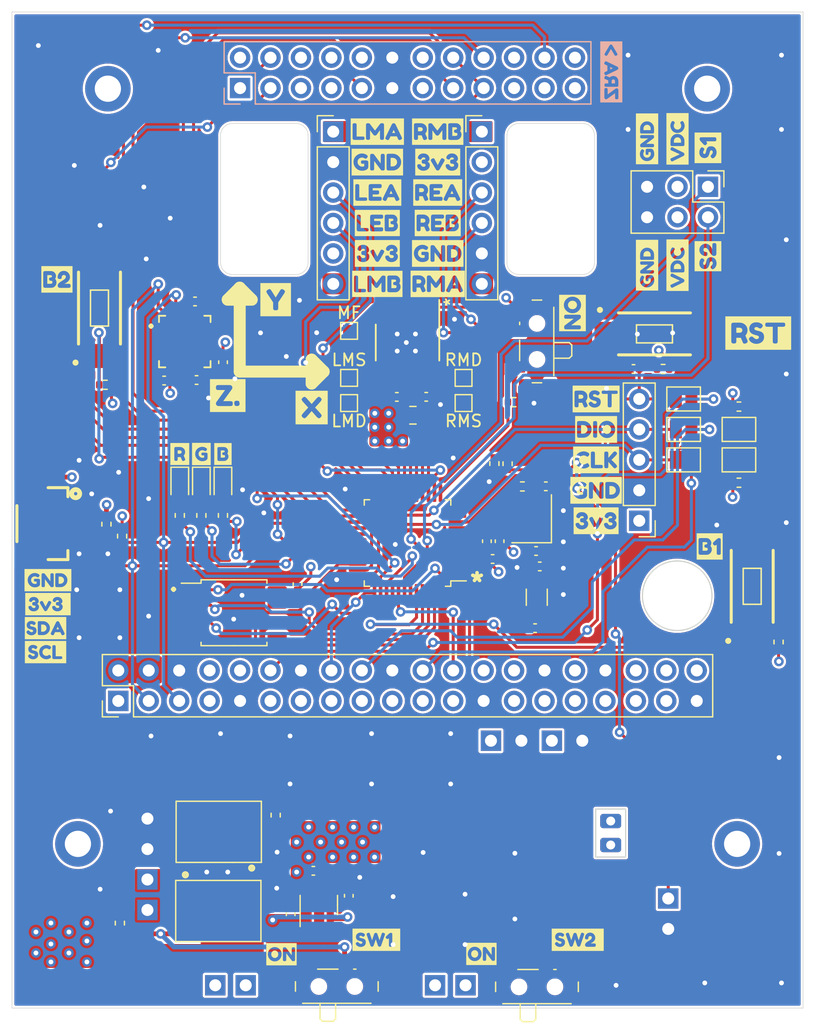
<source format=kicad_pcb>
(kicad_pcb (version 20211014) (generator pcbnew)
  (layers (0 "F.Cu" signal) (1 "In1.Cu" signal) (2 "In2.Cu" signal) (31 "B.Cu" signal) (34 "B.Paste" user) (35 "F.Paste" user) (36 "B.SilkS" user "B.Silkscreen") (37 "F.SilkS" user "F.Silkscreen") (38 "B.Mask" user) (39 "F.Mask" user) (44 "Edge.Cuts" user))
  (net 0 "")
  (net 1 "GND")
  (net 2 "+3V3")
  (net 3 "VPP")
  (net 4 "+5V")
  (net 5 "SDA")
  (net 6 "SCL")
  (net 7 "Pi_Power")
  (net 10 "/Controller MCU/OSC32_IN")
  (net 11 "/Controller MCU/OSC32_OUT")
  (net 12 "/Controller MCU/OSC_IN")
  (net 13 "/Controller MCU/OSC_OUT")
  (net 14 "/Controller MCU/MCU_~{RST}")
  (net 15 "SWDIO")
  (net 16 "SWCLK")
  (net 17 "VDC")
  (net 18 "Net-(C2-Pad1)")
  (net 19 "Net-(D1-Pad4)")
  (net 20 "Net-(D2-Pad4)")
  (net 28 "Net-(C7-Pad1)")
  (net 43 "+BATT")
  (net 46 "~{PG}")
  (net 47 "~{CHG}")
  (net 52 "Net-(JP1-Pad2)")
  (net 53 "/Controller MCU/MCU_SWCLK")
  (net 54 "Net-(JP2-Pad2)")
  (net 55 "/Controller MCU/MCU_SWDIO")
  (net 56 "~{RST}")
  (net 57 "/Controller MCU/LEFT_MOTOR_A")
  (net 58 "/Controller MCU/LEFT_ENCODER_A")
  (net 59 "/Controller MCU/LEFT_ENCODER_B")
  (net 60 "/Controller MCU/LEFT_MOTOR_B")
  (net 61 "/Controller MCU/RIGHT_MOTOR_B")
  (net 62 "/Controller MCU/RIGHT_ENCODER_A")
  (net 63 "/Controller MCU/RIGHT_ENCODER_B")
  (net 64 "/Controller MCU/RIGHT_MOTOR_A")
  (net 65 "/Controller MCU/RIGHT_MOTOR_SPEED")
  (net 66 "/Controller MCU/LEFT_MOTOR_DIRECTION")
  (net 67 "/Controller MCU/RIGHT_MOTOR_DIRECTION")
  (net 68 "/Controller MCU/LEFT_MOTOR_SPEED")
  (net 69 "Net-(TP5-Pad1)")
  (net 70 "/Controller MCU/ZSA_0")
  (net 71 "/Controller MCU/ZSA_1")
  (net 72 "/Controller MCU/ZSA_2")
  (net 73 "/Controller MCU/ZSA_5")
  (net 74 "/Controller MCU/ZSA_LED")
  (net 75 "/Controller MCU/ZSA_4")
  (net 76 "/Controller MCU/ZSA_3")
  (net 77 "Net-(C14-Pad1)")
  (net 78 "Net-(C15-Pad1)")
  (net 79 "Net-(C18-Pad1)")
  (net 80 "/Controller MCU/MPU6050_INT")
  (net 81 "/Controller MCU/MOTOR_~{SLEEP}")
  (net 82 "/Controller MCU/BATT_LEVEL")
  (net 83 "Net-(D3-Pad2)")
  (net 84 "Net-(D4-Pad2)")
  (net 85 "Net-(D5-Pad2)")
  (net 86 "/Controller MCU/RED_LED")
  (net 87 "/Controller MCU/BLUE_LED")
  (net 88 "/Controller MCU/GREEN_LED")
  (net 89 "/Controller MCU/SERVO1")
  (net 90 "/Controller MCU/SERVO2")
  (net 103 "Net-(C19-Pad1)")
  (net 104 "/Controller MCU/BUTTON_1")
  (net 105 "/Controller MCU/BUTTON_2")
  (net 106 "Net-(SW6-Pad2)")
  (net 107 "RPI_POWER_DOWN")
  (net 108 "RPI_POWER_STATUS")
  (net 109 "/Controller MCU/SPI_~{SS}")
  (net 110 "/Controller MCU/SPI_CLK")
  (net 111 "/Controller MCU/SPI_MOSI")
  (net 112 "/Controller MCU/SPI_MISO")
  (net 113 "/Controller MCU/FLASH_~{WP}")
  (net 114 "/Controller MCU/FLASH_~{RST}")
  (footprint "Resistor_SMD:R_0402_1005Metric" (layer "F.Cu") (at 89 136.01 -90)
    (fp_text reference "R1" hide)
    (fp_text value "33kΩ" hide)
  )
  (footprint "kibuzzard-6296F475" (layer "F.Cu") (at 115.519 80.143)
    (fp_text reference "kibuzzard-6296F475" hide)
    (fp_text value "G***" hide)
  )
  (footprint "Package_SO:SOIC-8_5.275x5.275mm_P1.27mm" (layer "F.Cu") (at 98.522 110.118)
    (fp_text reference "U6" hide)
    (fp_text value "W25Q128JVS" hide)
  )
  (footprint "Resistor_SMD:R_0402_1005Metric" (layer "F.Cu") (at 121.349 97.683 -90)
    (fp_text reference "R11" hide)
    (fp_text value "10KΩ" hide)
  )
  (footprint "PowerBooster:PowerBooster" (layer "F.Cu") (at 136.5 118.995 180)
    (fp_text reference "U1" hide)
    (fp_text value "PowerBooster" hide)
  )
  (footprint "kibuzzard-629810EF" (layer "F.Cu") (at 126.762 85.112 -90)
    (fp_text reference "kibuzzard-629810EF" hide)
    (fp_text value "G***" hide)
  )
  (footprint "Zumo_Padded_Holes:Zumo_Padded_Holes" (layer "F.Cu") (at 88 66.4)
    (fp_text reference "H1" hide)
    (fp_text value "MountingHole" hide)
  )
  (footprint "Zumo_Padded_Holes:Zumo_Padded_Holes" (layer "F.Cu") (at 140.5 129.4)
    (fp_text reference "H3" hide)
    (fp_text value "MountingHole" hide)
  )
  (footprint "Resistor_SMD:R_0402_1005Metric" (layer "F.Cu") (at 143.957 112.559 -90)
    (fp_text reference "R7" hide)
    (fp_text value "10KΩ" hide)
  )
  (footprint "kibuzzard-6296F4D2" (layer "F.Cu") (at 138.208 104.588)
    (fp_text reference "kibuzzard-6296F4D2" hide)
    (fp_text value "G***" hide)
  )
  (footprint "Zumo_Padded_Holes:Zumo_Padded_Holes" (layer "F.Cu") (at 138 66.4)
    (fp_text reference "H2" hide)
    (fp_text value "MountingHole" hide)
  )
  (footprint "kibuzzard-6296F43B" (layer "F.Cu") (at 115.519 72.523)
    (fp_text reference "kibuzzard-6296F43B" hide)
    (fp_text value "G***" hide)
  )
  (footprint "kibuzzard-62975D6B" (layer "F.Cu") (at 142.262 86.787)
    (fp_text reference "kibuzzard-62975D6B" hide)
    (fp_text value "G***" hide)
  )
  (footprint "kibuzzard-6296F5B2" (layer "F.Cu") (at 128.733 99.904)
    (fp_text reference "kibuzzard-6296F5B2" hide)
    (fp_text value "G***" hide)
  )
  (footprint "Capacitor_SMD:C_0402_1005Metric" (layer "F.Cu") (at 123.643993 111.40394)
    (fp_text reference "C5" hide)
    (fp_text value "15pF" hide)
  )
  (footprint "kibuzzard-629805D4" (layer "F.Cu") (at 102.483 138.606)
    (fp_text reference "kibuzzard-629805D4" hide)
    (fp_text value "G***" hide)
  )
  (footprint "Capacitor_SMD:C_0402_1005Metric" (layer "F.Cu") (at 114.56 92.104999)
    (fp_text reference "C18" hide)
    (fp_text value "2.2µF" hide)
  )
  (footprint "kibuzzard-6296F296" (layer "F.Cu") (at 110.481 69.983)
    (fp_text reference "kibuzzard-6296F296" hide)
    (fp_text value "G***" hide)
  )
  (footprint "Resistor_SMD:R_0402_1005Metric" (layer "F.Cu") (at 140.65 92.919 180)
    (fp_text reference "R6" hide)
    (fp_text value "10KΩ" hide)
  )
  (footprint "JST-1x04_1mm:JST-1x04_1mm" (layer "F.Cu") (at 83.413345 102.6846 -90)
    (fp_text reference "J4" hide)
    (fp_text value "Conn_01x04" hide)
  )
  (footprint "kibuzzard-6296FD33" (layer "F.Cu") (at 132.985 81.123 90)
    (fp_text reference "kibuzzard-6296FD33" hide)
    (fp_text value "G***" hide)
  )
  (footprint "DRV8833PWP:DRV8833PWP" (layer "F.Cu") (at 112.9 87.575 -90)
    (fp_text reference "U7" hide)
    (fp_text value "DRV8833PWP" hide)
  )
  (footprint "Capacitor_SMD:C_0402_1005Metric" (layer "F.Cu") (at 103.822 107.726 90)
    (fp_text reference "C16" hide)
    (fp_text value "100nF" hide)
  )
  (footprint "Capacitor_SMD:C_0402_1005Metric" (layer "F.Cu") (at 103.25 135.27 90)
    (fp_text reference "C1" hide)
    (fp_text value "10µF" hide)
  )
  (footprint "Resistor_SMD:R_0402_1005Metric" (layer "F.Cu") (at 95.8 102 -90)
    (fp_text reference "R15" hide)
    (fp_text value "1KΩ" hide)
  )
  (footprint "Capacitor_SMD:C_0402_1005Metric" (layer "F.Cu") (at 92.695 90.747 180)
    (fp_text reference "C12" hide)
    (fp_text value "10nF" hide)
  )
  (footprint "Crystal:Crystal_SMD_3225-4Pin_3.2x2.5mm" (layer "F.Cu") (at 123.355521 102.27679 90)
    (fp_text reference "Y1" hide)
    (fp_text value "Crystal_GND24_Small" hide)
  )
  (footprint "kibuzzard-6296FD33" (layer "F.Cu") (at 132.985 70.583 90)
    (fp_text reference "kibuzzard-6296FD33" hide)
    (fp_text value "G***" hide)
  )
  (footprint "RS-032G05A3-SMRT:SW_RS-032G05A3-SMRT" (layer "F.Cu") (at 133.603 86.855)
    (fp_text reference "SW3" hide)
    (fp_text value "RS-032G05A3-SMRT" hide)
  )
  (footprint "Resistor_SMD:R_0402_1005Metric" (layer "F.Cu") (at 94 102 -90)
    (fp_text reference "R14" hide)
    (fp_text value "1KΩ" hide)
  )
  (footprint "Capacitor_SMD:C_0402_1005Metric" (layer "F.Cu") (at 124.033608 106.254082 180)
    (fp_text reference "C9" hide)
    (fp_text value "15pF" hide)
  )
  (footprint "Connector_PinHeader_2.54mm:PinHeader_1x06_P2.54mm_Vertical" (layer "F.Cu") (at 106.801 69.983)
    (fp_text reference "J5" hide)
    (fp_text value "LEFT_MOTOR_CONNECTOR" hide)
  )
  (footprint "kibuzzard-6296FB94" (layer "F.Cu") (at 83 107.4)
    (fp_text reference "kibuzzard-6296FB94" hide)
    (fp_text value "G***" hide)
  )
  (footprint "Package_TO_SOT_SMD:SOT-23-5" (layer "F.Cu") (at 105.6 134.5 90)
    (fp_text reference "U2" hide)
    (fp_text value "TPS73633DBV" hide)
  )
  (footprint "FDWS9510L-F085:FDWS9510LF085" (layer "F.Cu") (at 96 135 -90)
    (fp_text reference "D1" hide)
    (fp_text value "FDWS9510LF085" hide)
  )
  (footprint "kibuzzard-6296F481" (layer "F.Cu") (at 115.519 77.603)
    (fp_text reference "kibuzzard-6296F481" hide)
    (fp_text value "G***" hide)
  )
  (footprint "Capacitor_SMD:C_0805_2012Metric" (layer "F.Cu") (at 113.45 93.641999)
    (fp_text reference "C17" hide)
    (fp_text value "10µF" hide)
  )
  (footprint "kibuzzard-6296F5A0" (layer "F.Cu") (at 128.733 94.824)
    (fp_text reference "kibuzzard-6296F5A0" hide)
    (fp_text value "G***" hide)
  )
  (footprint "Connector_PinHeader_2.54mm:PinHeader_1x06_P2.54mm_Vertical" (layer "F.Cu") (at 119.199 69.983)
    (fp_text reference "J6" hide)
    (fp_text value "RIGHT_MOTOR_CONNECTOR" hide)
  )
  (footprint "Capacitor_SMD:C_0402_1005Metric" (layer "F.Cu") (at 97.608 89.218 -90)
    (fp_text reference "C13" hide)
    (fp_text value "100nF" hide)
  )
  (footprint "Capacitor_SMD:C_0402_1005Metric" (layer "F.Cu") (at 124.537097 99.570692)
    (fp_text reference "C7" hide)
    (fp_text value "10pF" hide)
  )
  (footprint "kibuzzard-6296F456" (layer "F.Cu") (at 110.481 80.143)
    (fp_text reference "kibuzzard-6296F456" hide)
    (fp_text value "G***" hide)
  )
  (footprint "TestPoint:TestPoint_Pad_1.0x1.0mm" (layer "F.Cu") (at 117.675 90.525)
    (fp_text reference "TP3" hide)
    (fp_text value "RIGHT_MOTOR_DIRECTION" hide)
  )
  (footprint "kibuzzard-6296F48A" (layer "F.Cu") (at 115.519 75.063)
    (fp_text reference "kibuzzard-6296F48A" hide)
    (fp_text value "G***" hide)
  )
  (footprint "Capacitor_SMD:C_0402_1005Metric" (layer "F.Cu") (at 112.109 92.110999)
    (fp_text reference "C19" hide)
    (fp_text value "10nF" hide)
  )
  (footprint "kibuzzard-6296F425" (layer "F.Cu") (at 110.481 72.523)
    (fp_text reference "kibuzzard-6296F425" hide)
    (fp_text value "G***" hide)
  )
  (footprint "Button_Switch_SMD:SW_SPDT_PCM12" (layer "F.Cu") (at 123.8 141)
    (fp_text reference "SW2" hide)
    (fp_text value "SW_SPDT" hide)
  )
  (footprint "Resistor_SMD:R_0402_1005Metric" (layer "F.Cu") (at 121.89 92.55)
    (fp_text reference "R13" hide)
    (fp_text value "10KΩ" hide)
  )
  (footprint "RS-032G05A3-SMRT:SW_RS-032G05A3-SMRT" (layer "F.Cu") (at 141.756 107.913 90)
    (fp_text reference "SW4" hide)
    (fp_text value "RS-032G05A3-SMRT" hide)
  )
  (footprint "Capacitor_SMD:C_0402_1005Metric" (layer "F.Cu") (at 131.853 89.784 180)
    (fp_text reference "C4" hide)
    (fp_text value "100nF" hide)
  )
  (footprint "kibuzzard-6296F44E" (layer "F.Cu") (at 110.481 77.603)
    (fp_text reference "kibuzzard-6296F44E" hide)
    (fp_text value "G***" hide)
  )
  (footprint "Resistor_SMD:R_0402_1005Metric" (layer "F.Cu") (at 102 127 90)
    (fp_text reference "R2" hide)
    (fp_text value "33kΩ" hide)
  )
  (footprint "Resistor_SMD:R_0402_1005Metric" (layer "F.Cu") (at 140.65 99.269 180)
    (fp_text reference "R5" hide)
    (fp_text value "10KΩ" hide)
  )
  (footprint "Capacitor_SMD:C_0402_1005Metric" (layer "F.Cu") (at 123.726 104.967 180)
    (fp_text reference "C6" hide)
    (fp_text value "10pF" hide)
  )
  (footprint "LED_SMD:LED_0603_1608Metric" (layer "F.Cu") (at 97.6 99.4625 -90)
    (fp_text reference "D5" hide)
    (fp_text value "BLUE" hide)
  )
  (footprint "kibuzzard-6296F5BA" (layer "F.Cu") (at 128.733 102.444)
    (fp_text reference "kibuzzard-6296F5BA" hide)
    (fp_text value "G***" hide)
  )
  (footprint "kibuzzard-6296F631" (layer "F.Cu") (at 138.065 71.333 90)
    (fp_text reference "kibuzzard-6296F631" hide)
    (fp_text value "G***" hide)
  )
  (footprint "Package_QFP:LQFP-48_7x7mm_P0.5mm" (layer "F.Cu") (at 113 104.3 180)
    (fp_text reference "U5" hide)
    (fp_text value "STM32G030C8T6" hide)
  )
  (footprint "Resistor_SMD:R_0402_1005Metric" (layer "F.Cu") (at 87.79 91.1)
    (fp_text reference "R8" hide)
    (fp_text value "10KΩ" hide)
  )
  (footprint "kibuzzard-6296FD01" (layer "F.Cu") (at 127.2 137.4)
    (fp_text reference "kibuzzard-6296FD01" hide)
    (fp_text value "G***" hide)
  )
  (footprint "kibuzzard-6296F463" (layer "F.Cu") (at 110.481 82.683)
    (fp_text reference "kibuzzard-6296F463" hide)
    (fp_text value "G***" hide)
  )
  (footprint "Resistor_SMD:R_0402_1005Metric" (layer "F.Cu") (at 120.247 97.672 90)
    (fp_text reference "R12" hide)
    (fp_text value "10KΩ" hide)
  )
  (footprint "Sensor_Motion:InvenSense_QFN-24_4x4mm_P0.5mm" (layer "F.Cu") (at 94.416 87.494)
    (fp_text reference "U4" hide)
    (fp_text value "MPU-6050" hide)
  )
  (footprint "Connector_PinHeader_2.54mm:PinHeader_2x03_P2.54mm_Vertical" (layer "F.Cu") (at 138.065 74.583 -90)
    (fp_text reference "J2" hide)
    (fp_text value "Conn_02x03_Odd_Even" hide)
  )
  (footprint "Capacitor_SMD:C_0402_1005Metric" (layer "F.Cu") (at 95.27 84.15 180)
    (fp_text reference "C15" hide)
    (fp_text value "2.2nF" hide)
  )
  (footprint "Button_Switch_SMD:SW_SPDT_PCM12" (layer "F.Cu") (at 107.1 140.97)
    (fp_text reference "SW1" hide)
    (fp_text value "SW_SPDT" hide)
  )
  (footprint "kibuzzard-6296FD26" (layer "F.Cu") (at 135.525 81.123 90)
    (fp_text reference "kibuzzard-6296FD26" hide)
    (fp_text value "G***" hide)
  )
  (footprint "Jumper:SolderJumper-2_P1.3mm_Open_Pad1.0x1.5mm" (layer "F.Cu") (at 136.035 92.284 180)
    (fp_text reference "JP5" hide)
    (fp_text value "Jumper_2_Open" hide)
  )
  (footprint "Jumper:SolderJumper-2_P1.3mm_Open_Pad1.0x1.5mm" (layer "F.Cu") (at 140.65 97.364)
    (fp_text reference "JP1" hide)
    (fp_text value "Jumper_2_Open" hide)
  )
  (footprint "Capacitor_SMD:C_0402_1005Metric" (layer "F.Cu") (at 120.6825 104.15 90)
    (fp_text reference "C8" hide)
    (fp_text value "4.7µF" hide)
  )
  (footprint "Zumo_Padded_Holes:Zumo_Padded_Holes" (layer "F.Cu") (at 85.5 129.4)
    (fp_text reference "H4" hide)
    (fp_text value "MountingHole" hide)
  )
  (footprint "kibuzzard-6296F446" (layer "F.Cu") (at 110.481 75.063)
    (fp_text reference "kibuzzard-6296F446" hide)
    (fp_text value "G***" hide)
  )
  (footprint "kibuzzard-6296F9F2" (layer "F.Cu") (at 83.75 82.306)
    (fp_text reference "kibuzzard-6296F9F2" hide)
    (fp_text value "G***" hide)
  )
  (footprint "kibuzzard-6296F46A" (layer "F.Cu") (at 115.519 82.683)
    (fp_text reference "kibuzzard-6296F46A" hide)
    (fp_text value "G***" hide)
  )
  (footprint "Connector_PinHeader_2.54mm:PinHeader_2x20_P2.54mm_Vertical" (layer "F.Cu") (at 88.87 117.474 90)
    (fp_text reference "U3" hide)
    (fp_text value "Raspberry_Pi_Zero_2_W_Simple" hide)
  )
  (footprint "kibuzzard-629759C6" (layer "F.Cu") (at 97.6 96.875)
    (fp_text reference "kibuzzard-629759C6" hide)
    (fp_text value "G***" hide)
  )
  (footprint "kibuzzard-629805DB" (layer "F.Cu") (at 119.163 138.58)
    (fp_text reference "kibuzzard-629805DB" hide)
    (fp_text value "G***" hide)
  )
  (footprint "Capacitor_SMD:C_0402_1005Metric" (layer "F.Cu") (at 108.1 133.73 -90)
    (fp_text reference "C2" hide)
    (fp_text value "10µF" hide)
  )
  (footprint "FDWS9510L-F085:FDWS9510LF085" (layer "F.Cu") (at 98.4645 128.395036 90)
    (fp_text reference "D2" hide)
    (fp_text value "FDWS9510LF085" hide)
  )
  (footprint "kibuzzard-6296F73C" (layer "F.Cu") (at 105 93)
    (fp_text reference "kibuzzard-6296F73C" hide)
    (fp_text value "G***" hide)
  )
  (footprint "kibuzzard-6296FCE8" (layer "F.Cu") (at 110.4 137.4)
    (fp_text reference "kibuzzard-6296FCE8" hide)
    (fp_text value "G***" hide)
  )
  (footprint "Crystal:Crystal_SMD_3215-2Pin_3.2x1.5mm" (layer "F.Cu") (at 123.784 108.823 -90)
    (fp_text reference "Y2" hide)
    (fp_text value "Crystal_Small" hide)
  )
  (footprint "Jumper:SolderJumper-2_P1.3mm_Open_Pad1.0x1.5mm" (layer "F.Cu") (at 136.035 94.824 180)
    (fp_text reference "JP4" hide)
    (fp_text value "Jumper_2_Open" hide)
  )
  (footprint "kibuzzard-629759BC" (layer "F.Cu") (at 95.8 96.875)
    (fp_text reference "kibuzzard-629759BC" hide)
    (fp_text value "G***" hide)
  )
  (footprint "kibuzzard-62975A1B" (layer "F.Cu") (at 94 96.875)
    (fp_text reference "kibuzzard-62975A1B" hide)
    (fp_text value "G***" hide)
  )
  (footprint "Connector_PinHeader_2.54mm:PinHeader_1x05_P2.54mm_Vertical" (layer "F.Cu") (at 132.333 102.444 180)
    (fp_text reference "J3" hide)
    (fp_text value "Conn_01x05" hide)
  )
  (footprint "kibuzzard-6296FCA0" (layer "F.Cu") (at 83 109.4)
    (fp_text reference "kibuzzard-6296FCA0" hide)
    (fp_text value "G***" hide)
  )
  (footprint "kibuzzard-6296F50A" (layer "F.Cu") (at 128.733 92.284)
    (fp_text reference "kibuzzard-6296F50A" hide)
    (fp_text value "G***" hide)
  )
  (footprint "Resistor_SMD:R_0402_1005Metric" (layer "F.Cu") (at 87.879 102.729 -90)
    (fp_text reference "R9" hide)
    (fp_text value "4.7kΩ" hide)
  )
  (footprint "Resistor_SMD:R_0402_1005Metric" (layer "F.Cu") (at 134.322 89.784)
    (fp_text reference "R3" hide)
    (fp_text value "10KΩ" hide)
  )
  (footprint "TestPoint:TestPoint_Pad_1.0x1.0mm" (layer "F.Cu") (at 108.125 92.625)
    (fp_text reference "TP2" hide)
    (fp_text value "LEFT_MOTOR_DIRECTION" hide)
  )
  (footprint "LED_SMD:LED_0603_1608Metric" (layer "F.Cu") (at 94 99.4625 -90)
    (fp_text reference "D3" hide)
    (fp_text value "RED" hide)
  )
  (footprint "TestPoint:TestPoint_Pad_1.0x1.0mm" (layer "F.Cu") (at 117.675 92.625)
    (fp_text reference "TP1" hide)
    (fp_text value "RIGHT_MOTOR_SPEED" hide)
  )
  (footprint "Jumper:SolderJumper-2_P1.3mm_Open_Pad1.0x1.5mm" (layer "F.Cu") (at 140.65 94.824)
    (fp_text reference "JP2" hide)
    (fp_text value "Jumper_2_Open" hide)
  )
  (footprint "TestPoint:TestPoint_Pad_1.0x1.0mm" (layer "F.Cu") (at 108.125 90.525)
    (fp_text reference "TP4" hide)
    (fp_text value "LEFT_MOTOR_SPEED" hide)
  )
  (footprint "kibuzzard-6296F5AA" (layer "F.Cu") (at 128.733 97.364)
    (fp_text reference "kibuzzard-6296F5AA" hide)
    (fp_text value "G***" hide)
  )
  (footprint "kibuzzard-6296F2B1" (layer "F.Cu") (at 115.519 69.983)
    (fp_text reference "kibuzzard-6296F2B1" hide)
    (fp_text value "G***" hide)
  )
  (footprint "kibuzzard-6296FB5C" (layer "F.Cu") (at 82.8 111.4)
    (fp_text reference "kibuzzard-6296FB5C" hide)
    (fp_text value "G***" hide)
  )
  (footprint "Capacitor_SMD:C_0402_1005Metric" (layer "F.Cu") (at 119.62 104.15 90)
    (fp_text reference "C10" hide)
    (fp_text value "100nF" hide)
  )
  (footprint "Button_Switch_SMD:SW_SPDT_PCM12" (layer "F.Cu") (at 123.474 87.483 90)
    (fp_text reference "SW6" hide)
    (fp_text value "SW_SPDT" hide)
  )
  (footprint "kibuzzard-6296F75E" (layer "F.Cu") (at 98 92)
    (fp_text reference "kibuzzard-6296F75E" hide)
    (fp_text value "G***" hide)
  )
  (footprint "TestPoint:TestPoint_Pad_1.0x1.0mm" (layer "F.Cu") (at 108.125 86.6)
    (fp_text reference "TP5" hide)
    (fp_text value "MOTOR_FAULT" hide)
  )
  (footprint "RS-032G05A3-SMRT:SW_RS-032G05A3-SMRT" (layer "F.Cu") (at 87.3 84.7 90)
    (fp_text reference "SW5" hide)
    (fp_text value "RS-032G05A3-SMRT" hide)
  )
  (footprint "Capacitor_SMD:C_0402_1005Metric" (layer "F.Cu") (at 95.398 90.703)
    (fp_text reference "C14" hide)
    (fp_text value "100nF" hide)
  )
  (footprint "kibuzzard-6296F701" (layer "F.Cu") (at 102 84)
    (fp_text reference "kibuzzard-6296F701" hide)
    (fp_text value "G***" hide)
  )
  (footprint "kibuzzard-6296FD26" (layer "F.Cu") (at 135.525 70.583 90)
    (fp_text reference "kibuzzard-6296FD26" hide)
    (fp_text value "G***" hide)
  )
  (footprint "Resistor_SMD:R_0402_1005Metric" (layer "F.Cu") (at 89.189 103.727 -90)
    (fp_text reference "R10" hide)
    (fp_text value "4.7kΩ" hide)
  )
  (footprint "Capacitor_SMD:C_0402_1005Metric" (layer "F.Cu") (at 105.143 131.646)
    (fp_text reference "C3" hide)
    (fp_text value "10µF" hide)
  )
  (footprint "Resistor_SMD:R_0402_1005Metric" (layer "F.Cu") (at 122.584068 99.582006 180)
    (fp_text reference "R4" hide)
    (fp_text value "470Ω" hide)
  )
  (footprint "Capacitor_SMD:C_0402_1005Metric" (layer "F.Cu") (at 120.1 105.634)
    (fp_text reference "C11" hide)
    (fp_text value "100nF" hide)
  )
  (footprint "Jumper:SolderJumper-2_P1.3mm_Open_Pad1.0x1.5mm" (layer "F.Cu") (at 136.035 97.364 180)
    (fp_text reference "JP3" hide)
    (fp_text value "Jumper_2_Open" hide)
  )
  (footprint "Resistor_SMD:R_0402_1005Metric" (layer "F.Cu") (at 97.6 102 -90)
    (fp_text reference "R16" hide)
    (fp_text value "1KΩ" hide)
  )
  (footprint "kibuzzard-6296F61E" (layer "F.Cu") (at 138.065 80.373 90)
    (fp_text reference "kibuzzard-6296F61E" hide)
    (fp_text value "G***" hide)
  )
  (footprint "kibuzzard-6296FB81" (layer "F.Cu") (at 82.8 113.4)
    (fp_text reference "kibuzzard-6296FB81" hide)
    (fp_text value "G***" hide)
  )
  (footprint "LED_SMD:LED_0603_1608Metric" (layer "F.Cu") (at 95.8 99.4625 -90)
    (fp_text reference "D4" hide)
    (fp_text value "GREEN" hide)
  )
  (footprint "kibuzzard-6296FD9C" (layer "B.Cu") (at 130 65 90)
    (fp_text reference "kibuzzard-6296FD9C" hide)
    (fp_text value "G***" hide)
  )
  (footprint "Connector_PinSocket_2.54mm:PinSocket_2x12_P2.54mm_Vertical" (layer "B.Cu") (at 99.03 66.35 -90)
    (fp_text reference "J1" hide)
    (fp_text value "ZumoReflectanceSensorArray" hide)
  )
  (gr_line (start 105 89) (end 105 91) (layer "F.SilkS") (width 1))
  (gr_line (start 106 90) (end 105 89) (layer "F.SilkS") (width 1))
  (gr_line (start 98 84) (end 100 84) (layer "F.SilkS") (width 1))
  (gr_line (start 99 90) (end 99 83) (layer "F.SilkS") (width 1))
  (gr_line (start 99 83) (end 98 84) (layer "F.SilkS") (width 1))
  (gr_line (start 99 90) (end 106 90) (layer "F.SilkS") (width 1))
  (gr_line (start 100 84) (end 99 83) (layer "F.SilkS") (width 1))
  (gr_line (start 105 91) (end 106 90) (layer "F.SilkS") (width 1))
  (gr_arc (start 104.701 80.9) (mid 104.408106 81.607106) (end 103.701 81.9) (layer "Edge.Cuts") (width 0.05))
  (gr_rect (start 131.2 130.495) (end 128.7 126.495) (layer "Edge.Cuts") (width 0.1) (fill none))
  (gr_line (start 122.299 81.9) (end 127.599 81.9) (layer "Edge.Cuts") (width 0.05))
  (gr_arc (start 121.299 70.3) (mid 121.591894 69.592894) (end 122.299 69.3) (layer "Edge.Cuts") (width 0.05))
  (gr_line (start 103.701 69.3) (end 98.401 69.3) (layer "Edge.Cuts") (width 0.05))
  (gr_line (start 104.701 80.9) (end 104.701 70.3) (layer "Edge.Cuts") (width 0.05))
  (gr_line (start 128.599 80.9) (end 128.599 70.3) (layer "Edge.Cuts") (width 0.05))
  (gr_arc (start 98.401 81.9) (mid 97.693894 81.607106) (end 97.401 80.9) (layer "Edge.Cuts") (width 0.05))
  (gr_line (start 80 143.1) (end 80 60) (layer "Edge.Cuts") (width 0.05))
  (gr_arc (start 103.701 69.3) (mid 104.408106 69.592894) (end 104.701 70.3) (layer "Edge.Cuts") (width 0.05))
  (gr_circle (center 135.5 108.7) (end 138.4 108.7) (layer "Edge.Cuts") (width 0.1) (fill none))
  (gr_arc (start 127.599 69.3) (mid 128.306106 69.592894) (end 128.599 70.3) (layer "Edge.Cuts") (width 0.05))
  (gr_line (start 122.299 69.3) (end 127.599 69.3) (layer "Edge.Cuts") (width 0.05))
  (gr_arc (start 122.299 81.9) (mid 121.591894 81.607106) (end 121.299 80.9) (layer "Edge.Cuts") (width 0.05))
  (gr_arc (start 97.401 70.3) (mid 97.693894 69.592894) (end 98.401 69.3) (layer "Edge.Cuts") (width 0.05))
  (gr_line (start 146 143.1) (end 80 143.1) (layer "Edge.Cuts") (width 0.05))
  (gr_line (start 121.299 70.3) (end 121.299 80.9) (layer "Edge.Cuts") (width 0.05))
  (gr_line (start 146 60) (end 146 143.1) (layer "Edge.Cuts") (width 0.05))
  (gr_line (start 97.401 70.3) (end 97.401 80.9) (layer "Edge.Cuts") (width 0.05))
  (gr_line (start 98.401 81.9) (end 103.701 81.9) (layer "Edge.Cuts") (width 0.05))
  (gr_arc (start 128.599 80.9) (mid 128.306106 81.607106) (end 127.599 81.9) (layer "Edge.Cuts") (width 0.05))
  (gr_line (start 80 60) (end 146 60) (layer "Edge.Cuts") (width 0.05))
  (gr_text "RMD" (at 117.675 89.025) (layer "F.SilkS") (effects (font (size 1 1))))
  (gr_text "MF" (at 108.125 85.1) (layer "F.SilkS") (effects (font (size 1 1))))
  (gr_text "*" (at 118.8 107.6) (layer "F.SilkS") (effects (font (size 1.5 1.5) (thickness 0.3))))
  (gr_text "LMS" (at 108.125 89.025) (layer "F.SilkS") (effects (font (size 1 1))))
  (gr_text "LMD" (at 108.125 94.125) (layer "F.SilkS") (effects (font (size 1 1))))
  (gr_text "." (at 91.6 85.6) (layer "F.SilkS") (effects (font (size 1.5 1.5) (thickness 0.3))))
  (gr_text "." (at 93.479 107.553) (layer "F.SilkS") (effects (font (size 1.5 1.5) (thickness 0.3))))
  (gr_text "RMS" (at 117.675 94.125) (layer "F.SilkS") (effects (font (size 1 1))))
  (segment (start 122.4 92.55) (end 123.464 92.55) (width 0.25) (layer "F.Cu") (net 1))
  (segment (start 123.464 92.55) (end 123.55 92.636) (width 0.25) (layer "F.Cu") (net 1))
  (segment (start 85.013285 101.1854) (end 85.6646 101.1854) (width 0.25) (layer "F.Cu") (net 1))
  (segment (start 120.247 98.182) (end 120.247 98.746) (width 0.25) (layer "F.Cu") (net 1))
  (segment (start 87.3 80.7) (end 87.3 77.85) (width 0.25) (layer "F.Cu") (net 1))
  (segment (start 85.6646 101.1854) (end 86.65 100.2) (width 0.25) (layer "F.Cu") (net 1))
  (segment (start 120.247 98.746) (end 119.813 99.18) (width 0.25) (layer "F.Cu") (net 1))
  (segment (start 87.3 77.85) (end 87.35 77.8) (width 0.25) (layer "F.Cu") (net 1))
  (via (at 87.354 133.183) (size 0.8) (drill 0.4) (layers "F.Cu" "B.Cu") (net 1))
  (via (at 103.2 120.4) (size 0.8) (drill 0.4) (layers "F.Cu" "B.Cu") (net 1))
  (via (at 88 105.2) (size 0.8) (drill 0.4) (layers "F.Cu" "B.Cu") (net 1))
  (via (at 130.4 141.2) (size 0.8) (drill 0.4) (layers "F.Cu" "B.Cu") (net 1))
  (via (at 112.14 86.865) (size 0.8) (drill 0.4) (layers "F.Cu" "B.Cu") (net 1))
  (via (at 117.8 133.6) (size 0.8) (drill 0.4) (layers "F.Cu" "B.Cu") (net 1))
  (via (at 99.238 99.861) (size 0.8) (drill 0.4) (layers "F.Cu" "B.Cu") (net 1))
  (via (at 102.119 130.09) (size 0.8) (drill 0.4) (layers "F.Cu" "B.Cu") (net 1))
  (via (at 92.2 63.2) (size 0.8) (drill 0.4) (layers "F.Cu" "B.Cu") (net 1))
  (via (at 85.6 105.2) (size 0.8) (drill 0.4) (layers "F.Cu" "B.Cu") (net 1))
  (via (at 100.736 86.768) (size 0.8) (drill 0.4) (layers "F.Cu" "B.Cu") (net 1))
  (via (at 110 124.4) (size 0.8) (drill 0.4) (layers "F.Cu" "B.Cu") (net 1))
  (via (at 109.015 132.194) (size 0.8) (drill 0.4) (layers "F.Cu" "B.Cu") (net 1))
  (via (at 144.2 141) (size 0.8) (drill 0.4) (layers "F.Cu" "B.Cu") (net 1))
  (via (at 98.6 90.6) (size 0.8) (drill 0.4) (layers "F.Cu" "B.Cu") (net 1))
  (via (at 116.81 97.205) (size 0.8) (drill 0.4) (layers "F.Cu" "B.Cu") (net 1))
  (via (at 113.66 88.285) (size 0.8) (drill 0.4) (layers "F.Cu" "B.Cu") (net 1))
  (via (at 123.55 92.636) (size 0.8) (drill 0.4) (layers "F.Cu" "B.Cu") (net 1))
  (via (at 96.25 131.75) (size 0.8) (drill 0.4) (layers "F.Cu" "B.Cu") (net 1))
  (via (at 115.75 92.75) (size 0.8) (drill 0.4) (layers "F.Cu" "B.Cu") (net 1))
  (via (at 91.2 80.6) (size 0.8) (drill 0.4) (layers "F.Cu" "B.Cu") (net 1))
  (via (at 144.2 63.6) (size 0.8) (drill 0.4) (layers "F.Cu" "B.Cu") (net 1))
  (via (at 144 122.2) (size 0.8) (drill 0.4) (layers "F.Cu" "B.Cu") (net 1))
  (via (at 126 106.4) (size 0.8) (drill 0.4) (layers "F.Cu" "B.Cu") (net 1))
  (via (at 89 112.2) (size 0.8) (drill 0.4) (layers "F.Cu" "B.Cu") (net 1))
  (via (at 126 104.2) (size 0.8) (drill 0.4) (layers "F.Cu" "B.Cu") (net 1))
  (via (at 144.6 79) (size 0.8) (drill 0.4) (layers "F.Cu" "B.Cu") (net 1))
  (via (at 144.2 69.8) (size 0.8) (drill 0.4) (layers "F.Cu" "B.Cu") (net 1))
  (via (at 121.957 135.665) (size 0.8) (drill 0.4) (layers "F.Cu" "B.Cu") (net 1))
  (via (at 121.957 130.183) (size 0.8) (drill 0.4) (layers "F.Cu" "B.Cu") (net 1))
  (via (at 102.888 88.737) (size 0.8) (drill 0.4) (layers "F.Cu" "B.Cu") (net 1))
  (via (at 91 74.6) (size 0.8) (drill 0.4) (layers "F.Cu" "B.Cu") (net 1))
  (via (at 135.121 86.773) (size 0.8) (drill 0.4) (layers "F.Cu" "B.Cu") (net 1))
  (via (at 126 101.6) (size 0.8) (drill 0.4) (layers "F.Cu" "B.Cu") (net 1))
  (via (at 98.496 110.652) (size 0.8) (drill 0.4) (layers "F.Cu" "B.Cu") (net 1))
  (via (at 116.6 124.4) (size 0.8) (drill 0.4) (layers "F.Cu" "B.Cu") (net 1))
  (via (at 85.2 72.8) (size 0.8) (drill 0.4) (layers "F.Cu" "B.Cu") (net 1))
  (via (at 144 130.2) (size 0.8) (drill 0.4) (layers "F.Cu" "B.Cu") (net 1))
  (via (at 86.65 100.2) (size 0.8) (drill 0.4) (layers "F.Cu" "B.Cu") (net 1))
  (via (at 131.4 69.8) (size 0.8) (drill 0.4) (layers "F.Cu" "B.Cu") (net 1))
  (via (at 137.8 141) (size 0.8) (drill 0.4) (layers "F.Cu" "B.Cu") (net 1))
  (via (at 96.4 92.2) (size 0.8) (drill 0.4) (layers "F.Cu" "B.Cu") (net 1))
  (via (at 91.4 110.4) (size 0.8) (drill 0.4) (layers "F.Cu" "B.Cu") (net 1))
  (via (at 103.985 84.054) (size 0.8) (drill 0.4) (layers "F.Cu" "B.Cu") (net 1))
  (via (at 116.919 85.631) (size 0.8) (drill 0.4) (layers "F.Cu" "B.Cu") (net 1))
  (via (at 111.8 137.8) (size 0.8) (drill 0.4) (layers "F.Cu" "B.Cu") (net 1))
  (via (at 87.35 77.8) (size 0.8) (drill 0.4) (layers "F.Cu" "B.Cu") (net 1))
  (via (at 88.9 98.4) (size 0.8) (drill 0.4) (layers "F.Cu" "B.Cu") (net 1))
  (via (at 88.225 126.667) (size 0.8) (drill 0.4) (layers "F.Cu" "B.Cu") (net 1))
  (via (at 111.8 133.8) (size 0.8) (drill 0.4) (layers "F.Cu" "B.Cu") (net 1))
  (via (at 131.4 63.6) (size 0.8) (drill 0.4) (layers "F.Cu" "B.Cu") (net 1))
  (via (at 122.14 106.34) (size 0.8) (drill 0.4) (layers "F.Cu" "B.Cu") (net 1))
  (via (at 144.6 90.2) (size 0.8) (drill 0.4) (layers "F.Cu" "B.Cu") (net 1))
  (via (at 102.087 133.097) (size 0.8) (drill 0.4) (layers "F.Cu" "B.Cu") (net 1))
  (via (at 99.194 108.663) (size 0.8) (drill 0.4) (layers "F.Cu" "B.Cu") (net 1))
  (via (at 85.6 97.4) (size 0.8) (drill 0.4) (layers "F.Cu" "B.Cu") (net 1))
  (via (at 144.6 102.6) (size 0.8) (drill 0.4) (layers "F.Cu" "B.Cu") (net 1))
  (via (at 98 131.75) (size 0.8) (drill 0.4) (layers "F.Cu" "B.Cu") (net 1))
  (via (at 89 108.2) (size 0.8) (drill 0.4) (layers "F.Cu" "B.Cu") (net 1))
  (via (at 129.6 91.4) (size 0.8) (drill 0.4) (layers "F.Cu" "B.Cu") (net 1))
  (via (at 132.177 86.871) (size 0.8) (drill 0.4) (layers "F.Cu" "B.Cu") (net 1))
  (via (at 114.302 130.118) (size 0.8) (drill 0.4) (layers "F.Cu" "B.Cu") (net 1))
  (via (at 117.8 137.8) (size 0.8) (drill 0.4) (layers "F.Cu" "B.Cu") (net 1))
  (via (at 93.2 77.2) (size 0.8) (drill 0.4) (layers "F.Cu" "B.Cu") (net 1))
  (via (at 138.8 102.8) (size 0.8) (drill 0.4) (layers "F.Cu" "B.Cu") (net 1))
  (via (at 107.088 107.362) (size 0.8) (drill 0.4) (layers "F.Cu" "B.Cu") (net 1))
  (via (at 105.419 86.754) (size 0.8) (drill 0.4) (layers "F.Cu" "B.Cu") (net 1))
  (via (at 112.14 88.285) (size 0.8) (drill 0.4) (layers "F.Cu" "B.Cu") (net 1))
  (via (at 101.013 101.788) (size 0.8) (drill 0.4) (layers "F.Cu" "B.Cu") (net 1))
  (via (at 107.8 99.8) (size 0.8) (drill 0.4) (layers "F.Cu" "B.Cu") (net 1))
  (via (at 103.2 124.4) (size 0.8) (drill 0.4) (layers "F.Cu" "B.Cu") (net 1))
  (via (at 82.2 62.8) (size 0.8) (drill 0.4) (layers "F.Cu" "B.Cu") (net 1))
  (via (at 110 120.2) (size 0.8) (drill 0.4) (layers "F.Cu" "B.Cu") (net 1))
  (via (at 91.6 120.4) (size 0.8) (drill 0.4) (layers "F.Cu" "B.Cu") (net 1))
  (via (at 113.66 86.865) (size 0.8) (drill 0.4) (layers "F.Cu" "B.Cu") (net 1))
  (via (at 85.4 108.2) (size 0.8) (drill 0.4) (layers "F.Cu" "B.Cu") (net 1))
  (via (at 97.4 120.2) (size 0.8) (drill 0.4) (layers "F.Cu" "B.Cu") (net 1))
  (via (at 111.978 104.418) (size 0.8) (drill 0.4) (layers "F.Cu" "B.Cu") (net 1))
  (via (at 119.813 99.18) (size 0.8) (drill 0.4) (layers "F.Cu" "B.Cu") (net 1))
  (via (at 126 108.6) (size 0.8) (drill 0.4) (layers "F.Cu" "B.Cu") (net 1))
  (via (at 112.9 87.575) (size 0.8) (drill 0.4) (layers "F.Cu" "B.Cu") (net 1))
  (via (at 85.6 112.2) (size 0.8) (drill 0.4) (layers "F.Cu" "B.Cu") (net 1))
  (via (at 116.6 120.2) (size 0.8) (drill 0.4) (layers "F.Cu" "B.Cu") (net 1))
  (via (at 91.4 100.6) (size 0.8) (drill 0.4) (layers "F.Cu" "B.Cu") (net 1))
  (segment (start 83.5 101.2) (end 83.5 99.5) (width 0.4) (layer "F.Cu") (net 2))
  (segment (start 89.189 102.061) (end 89.2 102.05) (width 0.25) (layer "F.Cu") (net 2))
  (segment (start 93.175 91.775) (end 93.2 91.8) (width 0.25) (layer "F.Cu") (net 2))
  (segment (start 103.82893 108.206) (end 104.932 107.10293) (width 0.25) (layer "F.Cu") (net 2))
  (segment (start 140.14 92.919) (end 140.14 91.793) (width 0.25) (layer "F.Cu") (net 2))
  (segment (start 97.602 88.744) (end 97.608 88.738) (width 0.25) (layer "F.Cu") (net 2))
  (segment (start 87.84616 102.18616) (end 87.879 102.219) (width 0.4) (layer "F.Cu") (net 2))
  (segment (start 87.879 102.219) (end 87.879 101.121) (width 0.4) (layer "F.Cu") (net 2))
  (segment (start 143.957 113.069) (end 143.957 114.157) (width 0.25) (layer "F.Cu") (net 2))
  (segment (start 84.2 98.8) (end 85 98.8) (width 0.4) (layer "F.Cu") (net 2))
  (segment (start 122.044 84.656) (end 121.225 83.837) (width 0.25) (layer "F.Cu") (net 2))
  (segment (start 104.932 107.10293) (end 104.932 106.2745) (width 0.25) (layer "F.Cu") (net 2))
  (segment (start 97.608 88.738) (end 97.608 87.742) (width 0.25) (layer "F.Cu") (net 2))
  (segment (start 119.54 104.55) (end 119.62 104.63) (width 0.25) (layer "F.Cu") (net 2))
  (segment (start 85.013285 102.18616) (end 87.84616 102.18616) (width 0.4) (layer "F.Cu") (net 2))
  (segment (start 83.5 99.5) (end 84.05 98.95) (width 0.4) (layer "F.Cu") (net 2))
  (segment (start 140.14 99.269) (end 140.14 100.448) (width 0.25) (layer "F.Cu") (net 2))
  (segment (start 85.013285 102.18616) (end 84.240933 102.18616) (width 0.4) (layer "F.Cu") (net 2))
  (segment (start 119.036 105.05) (end 119.62 105.634) (width 0.25) (layer "F.Cu") (net 2))
  (segment (start 103.822 108.206) (end 103.82893 108.206) (width 0.25) (layer "F.Cu") (net 2))
  (segment (start 143.957 114.157) (end 143.983 114.183) (width 0.25) (layer "F.Cu") (net 2))
  (segment (start 88.3 91.1) (end 88.3 92.55) (width 0.25) (layer "F.Cu") (net 2))
  (segment (start 117.1625 105.05) (end 117.1625 104.55) (width 0.25) (layer "F.Cu") (net 2))
  (segment (start 117.1625 105.55) (end 117.1625 105.05) (width 0.25) (layer "F.Cu") (net 2))
  (segment (start 119.62 104.63) (end 120.6825 104.63) (width 0.25) (layer "F.Cu") (net 2))
  (segment (start 84.240933 102.18616) (end 83.5 101.445227) (width 0.4) (layer "F.Cu") (net 2))
  (segment (start 103.815 108.213) (end 103.822 108.206) (width 0.25) (layer "F.Cu") (net 2))
  (segment (start 83.5 101.445227) (end 83.5 101.2) (width 0.4) (layer "F.Cu") (net 2))
  (segment (start 134.832 89.784) (end 134.832 89.09) (width 0.25) (layer "F.Cu") (net 2))
  (segment (start 121.422 104.63) (end 121.848 105.056) (width 0.25) (layer "F.Cu") (net 2))
  (segment (start 134.832 89.09) (end 133.964 88.222) (width 0.25) (layer "F.Cu") (net 2))
  (segment (start 93.175 90.747) (end 93.175 91.775) (width 0.25) (layer "F.Cu") (net 2))
  (segment (start 96.366 88.744) (end 97.602 88.744) (width 0.25) (layer "F.Cu") (net 2))
  (segment (start 84.05 98.95) (end 84.2 98.8) (width 0.4) (layer "F.Cu") (net 2))
  (segment (start 88.3 92.55) (end 88.4 92.65) (width 0.25) (layer "F.Cu") (net 2))
  (segment (start 93.666 90.256) (end 93.175 90.747) (width 0.25) (layer "F.Cu") (net 2))
  (segment (start 89.189 103.217) (end 89.189 102.061) (width 0.25) (layer "F.Cu") (net 2))
  (segment (start 102.122 108.213) (end 103.815 108.213) (width 0.25) (layer "F.Cu") (net 2))
  (segment (start 97.608 87.742) (end 97.8 87.55) (width 0.25) (layer "F.Cu") (net 2))
  (segment (start 140.14 100.448) (end 140.122 100.466) (width 0.25) (layer "F.Cu") (net 2))
  (segment (start 140.14 91.793) (end 140.139 91.792) (width 0.25) (layer "F.Cu") (net 2))
  (segment (start 117.1625 104.55) (end 119.54 104.55) (width 0.25) (layer "F.Cu") (net 2))
  (segment (start 119.62 105.72) (end 120.6 106.7) (width 0.25) (layer "F.Cu") (net 2))
  (segment (start 119.62 105.634) (end 119.62 105.72) (width 0.25) (layer "F.Cu") (net 2))
  (segment (start 120.6825 104.63) (end 121.422 104.63) (width 0.25) (layer "F.Cu") (net 2))
  (segment (start 122.044 85.233) (end 122.044 84.656) (width 0.25) (layer "F.Cu") (net 2))
  (segment (start 87.879 101.121) (end 87.9 101.1) (width 0.4) (layer "F.Cu") (net 2))
  (segment (start 93.666 89.444) (end 93.666 90.256) (width 0.25) (layer "F.Cu") (net 2))
  (segment (start 117.1625 105.05) (end 119.036 105.05) (width 0.25) (layer "F.Cu") (net 2))
  (via (at 109.25 129.25) (size 0.8) (drill 0.4) (layers "F.Cu" "B.Cu") (net 2))
  (via (at 87.9 101.1) (size 0.8) (drill 0.4) (layers "F.Cu" "B.Cu") (net 2))
  (via (at 104.75 128) (size 0.8) (drill 0.4) (layers "F.Cu" "B.Cu") (net 2))
  (via (at 85 98.8) (size 0.8) (drill 0.4) (layers "F.Cu" "B.Cu") (net 2))
  (via (at 97.8 87.55) (size 0.8) (drill 0.4) (layers "F.Cu" "B.Cu") (net 2))
  (via (at 106.75 128) (size 0.8) (drill 0.4) (layers "F.Cu" "B.Cu") (net 2))
  (via (at 103.75 129.25) (size 0.8) (drill 0.4) (layers "F.Cu" "B.Cu") (net 2))
  (via (at 108.5 130.5) (size 0.8) (drill 0.4) (layers "F.Cu" "B.Cu") (net 2))
  (via (at 140.139 91.792) (size 0.8) (drill 0.4) (layers "F.Cu" "B.Cu") (net 2))
  (via (at 121.848 105.056) (size 0.8) (drill 0.4) (layers "F.Cu" "B.Cu") (net 2))
  (via (at 110.25 128) (size 0.8) (drill 0.4) (layers "F.Cu" "B.Cu") (net 2))
  (via (at 140.122 100.466) (size 0.8) (drill 0.4) (layers "F.Cu" "B.Cu") (net 2))
  (via (at 89.2 102.05) (size 0.8) (drill 0.4) (layers "F.Cu" "B.Cu") (net 2))
  (via (at 108.5 128) (size 0.8) (drill 0.4) (layers "F.Cu" "B.Cu") (net 2))
  (via (at 104.932 106.2745) (size 0.8) (drill 0.4) (layers "F.Cu" "B.Cu") (net 2))
  (via (at 104.75 130.5) (size 0.8) (drill 0.4) (layers "F.Cu" "B.Cu") (net 2))
  (via (at 121.225 83.837) (size 0.8) (drill 0.4) (layers "F.Cu" "B.Cu") (net 2))
  (via (at 103.75 131.75) (size 0.8) (drill 0.4) (layers "F.Cu" "B.Cu") (net 2))
  (via (at 105.75 129.25) (size 0.8) (drill 0.4) (layers "F.Cu" "B.Cu") (net 2))
  (via (at 88.4 92.65) (size 0.8) (drill 0.4) (layers "F.Cu" "B.Cu") (net 2))
  (via (at 143.983 114.183) (size 0.8) (drill 0.4) (layers "F.Cu" "B.Cu") (net 2))
  (via (at 107.5 129.25) (size 0.8) (drill 0.4) (layers "F.Cu" "B.Cu") (net 2))
  (via (at 133.964 88.222) (size 0.8) (drill 0.4) (layers "F.Cu" "B.Cu") (net 2))
  (via (at 110.25 130.5) (size 0.8) (drill 0.4) (layers "F.Cu" "B.Cu") (net 2))
  (via (at 120.6 106.7) (size 0.8) (drill 0.4) (layers "F.Cu" "B.Cu") (net 2))
  (via (at 106.75 130.5) (size 0.8) (drill 0.4) (layers "F.Cu" "B.Cu") (net 2))
  (via (at 93.2 91.8) (size 0.8) (drill 0.4) (layers "F.Cu" "B.Cu") (net 2))
  (segment (start 92.2 82.7) (end 92.2 84.578) (width 0.25) (layer "F.Cu") (net 5))
  (segment (start 84.6 106.2) (end 83.65 105.25) (width 0.25) (layer "F.Cu") (net 5))
  (segment (start 90.7 106.2) (end 84.6 106.2) (width 0.25) (layer "F.Cu") (net 5))
  (segment (start 92.2 84.578) (end 93.166 85.544) (width 0.25) (layer "F.Cu") (net 5))
  (segment (start 87.879 103.239) (end 87.82184 103.18184) (width 0.25) (layer "F.Cu") (net 5))
  (segment (start 90.7 106.2) (end 90.05 106.2) (width 0.25) (layer "F.Cu") (net 5))
  (segment (start 83.65 105.25) (end 83.65 103.65) (width 0.25) (layer "F.Cu") (net 5))
  (segment (start 84.11816 103.18184) (end 85.013285 103.18184) (width 0.25) (layer "F.Cu") (net 5))
  (segment (start 99.45 106.2) (end 90.7 106.2) (width 0.25) (layer "F.Cu") (net 5))
  (segment (start 108.8375 105.05) (end 100.6 105.05) (width 0.25) (layer "F.Cu") (net 5))
  (segment (start 87.82184 103.18184) (end 85.013285 103.18184) (width 0.25) (layer "F.Cu") (net 5))
  (segment (start 83.65 103.65) (end 84.11816 103.18184) (width 0.25) (layer "F.Cu") (net 5))
  (segment (start 100.6 105.05) (end 99.45 106.2) (width 0.25) (layer "F.Cu") (net 5))
  (via (at 90.05 106.2) (size 0.8) (drill 0.4) (layers "F.Cu" "B.Cu") (net 5))
  (via (at 92.2 82.7) (size 0.8) (drill 0.4) (layers "F.Cu" "B.Cu") (net 5))
  (segment (start 90.05 106.2) (end 90.05 84.85) (width 0.25) (layer "B.Cu") (net 5))
  (segment (start 90.05 84.85) (end 92.2 82.7) (width 0.25) (layer "B.Cu") (net 5))
  (segment (start 90.05 116.114) (end 90.05 106.2) (width 0.25) (layer "B.Cu") (net 5))
  (segment (start 91.41 117.474) (end 90.05 116.114) (width 0.25) (layer "B.Cu") (net 5))
  (segment (start 105.476 103.55) (end 104.582 102.656) (width 0.25) (layer "F.Cu") (net 6))
  (segment (start 92.65 104.25) (end 89.202 104.25) (width 0.25) (layer "F.Cu") (net 6))
  (segment (start 98.814 104.25) (end 92.65 104.25) (width 0.25) (layer "F.Cu") (net 6))
  (segment (start 108.8375 103.55) (end 105.476 103.55) (width 0.25) (layer "F.Cu") (net 6))
  (segment (start 100.408 102.656) (end 98.814 104.25) (width 0.25) (layer "F.Cu") (net 6))
  (segment (start 104.582 102.656) (end 100.408 102.656) (width 0.25) (layer "F.Cu") (net 6))
  (segment (start 93.666 85.544) (end 93.666 83.634) (width 0.25) (layer "F.Cu") (net 6))
  (segment (start 85.013285 104.1826) (end 89.1346 104.1826) (width 0.25) (layer "F.Cu") (net 6))
  (segment (start 89.1346 104.1826) (end 89.189 104.237) (width 0.25) (layer "F.Cu") (net 6))
  (segment (start 89.202 104.25) (end 89.189 104.237) (width 0.25) (layer "F.Cu") (net 6))
  (segment (start 93.666 83.634) (end 93.7 83.6) (width 0.25) (layer "F.Cu") (net 6))
  (via (at 92.65 104.25) (size 0.8) (drill 0.4) (layers "F.Cu" "B.Cu") (net 6))
  (via (at 93.7 83.6) (size 0.8) (drill 0.4) (layers "F.Cu" "B.Cu") (net 6))
  (segment (start 92.65 93.75) (end 91.45 92.55) (width 0.25) (layer "B.Cu") (net 6))
  (segment (start 93.3 83.6) (end 93.7 83.6) (width 0.25) (layer "B.Cu") (net 6))
  (segment (start 92.65 116.174) (end 92.65 104.25) (width 0.25) (layer "B.Cu") (net 6))
  (segment (start 93.95 117.474) (end 92.65 116.174) (width 0.25) (layer "B.Cu") (net 6))
  (segment (start 91.45 92.55) (end 91.35 92.45) (width 0.25) (layer "B.Cu") (net 6))
  (segment (start 91.35 92.45) (end 91.35 87) (width 0.25) (layer "B.Cu") (net 6))
  (segment (start 92.65 104.25) (end 92.65 93.75) (width 0.25) (layer "B.Cu") (net 6))
  (segment (start 93.25 83.65) (end 93.3 83.6) (width 0.25) (layer "B.Cu") (net 6))
  (segment (start 91.35 87) (end 91.35 85.55) (width 0.25) (layer "B.Cu") (net 6))
  (segment (start 91.35 85.55) (end 93.25 83.65) (width 0.25) (layer "B.Cu") (net 6))
  (segment (start 117.1625 107.05) (end 118.175489 108.062989) (width 0.25) (layer "F.Cu") (net 7))
  (segment (start 118.175489 108.062989) (end 118.175489 124.616489) (width 0.25) (layer "F.Cu") (net 7))
  (segment (start 124.352 125.471) (end 126.05 127.169) (width 0.25) (layer "F.Cu") (net 7))
  (segment (start 118.175489 124.616489) (end 119.03 125.471) (width 0.25) (layer "F.Cu") (net 7))
  (segment (start 126.05 127.169) (end 126.05 139.57) (width 0.25) (layer "F.Cu") (net 7))
  (segment (start 119.03 125.471) (end 124.352 125.471) (width 0.25) (layer "F.Cu") (net 7))
  (segment (start 122.123 110.073) (end 123.784 110.073) (width 0.25) (layer "F.Cu") (net 10))
  (segment (start 118.6 106.55) (end 122.123 110.073) (width 0.25) (layer "F.Cu") (net 10))
  (segment (start 123.163993 110.693007) (end 123.163993 111.40394) (width 0.25) (layer "F.Cu") (net 10))
  (segment (start 123.784 110.073) (end 123.163993 110.693007) (width 0.25) (layer "F.Cu") (net 10))
  (segment (start 117.1625 106.55) (end 118.6 106.55) (width 0.25) (layer "F.Cu") (net 10))
  (segment (start 123.784 107.573) (end 124.513608 106.843392) (width 0.25) (layer "F.Cu") (net 11))
  (segment (start 120.373 107.573) (end 123.784 107.573) (width 0.25) (layer "F.Cu") (net 11))
  (segment (start 118.85 106.05) (end 120.373 107.573) (width 0.25) (layer "F.Cu") (net 11))
  (segment (start 124.513608 106.843392) (end 124.513608 106.254082) (width 0.25) (layer "F.Cu") (net 11))
  (segment (start 117.1625 106.05) (end 118.85 106.05) (width 0.25) (layer "F.Cu") (net 11))
  (segment (start 118.664 103.55) (end 117.1625 103.55) (width 0.25) (layer "F.Cu") (net 12))
  (segment (start 124.205521 103.37679) (end 124.205521 103.187521) (width 0.25) (layer "F.Cu") (net 12))
  (segment (start 123.370279 102.352279) (end 119.861721 102.352279) (width 0.25) (layer "F.Cu") (net 12))
  (segment (start 119.861721 102.352279) (end 118.664 103.55) (width 0.25) (layer "F.Cu") (net 12))
  (segment (start 124.205521 103.187521) (end 123.370279 102.352279) (width 0.25) (layer "F.Cu") (net 12))
  (segment (start 124.206 103.377269) (end 124.205521 103.37679) (width 0.25) (layer "F.Cu") (net 12))
  (segment (start 124.206 104.967) (end 124.206 103.377269) (width 0.25) (layer "F.Cu") (net 12))
  (segment (start 117.1625 103.05) (end 118.528282 103.05) (width 0.25) (layer "F.Cu") (net 13))
  (segment (start 121.996276 99.582006) (end 122.074068 99.582006) (width 0.25) (layer "F.Cu") (net 13))
  (segment (start 118.528282 103.05) (end 121.996276 99.582006) (width 0.25) (layer "F.Cu") (net 13))
  (segment (start 132.333 89.585) (end 129.603 86.855) (width 0.25) (layer "F.Cu") (net 14))
  (segment (start 129.504 97.211) (end 129.504 92.813) (width 0.25) (layer "F.Cu") (net 14))
  (segment (start 132.333 92.284) (end 132.333 89.784) (width 0.25) (layer "F.Cu") (net 14))
  (segment (start 128.043 98.672) (end 129.504 97.211) (width 0.25) (layer "F.Cu") (net 14))
  (segment (start 135.385 92.284) (end 132.333 92.284) (width 0.25) (layer "F.Cu") (net 14))
  (segment (start 122.014215 98.672) (end 128.043 98.672) (width 0.25) (layer "F.Cu") (net 14))
  (segment (start 129.504 92.813) (end 130.033 92.284) (width 0.25) (layer "F.Cu") (net 14))
  (segment (start 117.1625 102.55) (end 118.136215 102.55) (width 0.25) (layer "F.Cu") (net 14))
  (segment (start 132.333 89.784) (end 133.812 89.784) (width 0.25) (layer "F.Cu") (net 14))
  (segment (start 132.333 89.784) (end 132.333 89.585) (width 0.25) (layer "F.Cu") (net 14))
  (segment (start 118.136215 102.55) (end 122.014215 98.672) (width 0.25) (layer "F.Cu") (net 14))
  (segment (start 130.033 92.284) (end 132.333 92.284) (width 0.25) (layer "F.Cu") (net 14))
  (segment (start 138.196 94.83) (end 136.691 94.83) (width 0.25) (layer "F.Cu") (net 15))
  (segment (start 136.691 94.83) (end 136.685 94.824) (width 0.25) (layer "F.Cu") (net 15))
  (via (at 138.196 94.83) (size 0.8) (drill 0.4) (layers "F.Cu" "B.Cu") (net 15))
  (segment (start 128.415 109.690022) (end 128.415 107.535) (width 0.25) (layer "B.Cu") (net 15))
  (segment (start 131.908 104.042) (end 134.295 104.042) (width 0.25) (layer "B.Cu") (net 15))
  (segment (start 117.12448 112.15748) (end 125.947542 112.15748) (width 0.25) (layer "B.Cu") (net 15))
  (segment (start 109.19 114.934) (end 112.501 111.623) (width 0.25) (layer "B.Cu") (net 15))
  (segment (start 135.522 102.815) (end 135.522 95.496) (width 0.25) (layer "B.Cu") (net 15))
  (segment (start 116.59 111.623) (end 117.12448 112.15748) (width 0.25) (layer "B.Cu") (net 15))
  (segment (start 125.947542 112.15748) (end 128.415 109.690022) (width 0.25) (layer "B.Cu") (net 15))
  (segment (start 112.501 111.623) (end 116.59 111.623) (width 0.25) (layer "B.Cu") (net 15))
  (segment (start 134.295 104.042) (end 135.522 102.815) (width 0.25) (layer "B.Cu") (net 15))
  (segment (start 135.522 95.496) (end 136.188 94.83) (width 0.25) (layer "B.Cu") (net 15))
  (segment (start 136.188 94.83) (end 138.196 94.83) (width 0.25) (layer "B.Cu") (net 15))
  (segment (start 128.415 107.535) (end 131.908 104.042) (width 0.25) (layer "B.Cu") (net 15))
  (segment (start 136.679 97.37) (end 136.685 97.364) (width 0.25) (layer "F.Cu") (net 16))
  (segment (start 136.679 99.313) (end 136.679 97.37) (width 0.25) (layer "F.Cu") (net 16))
  (via (at 136.679 99.313) (size 0.8) (drill 0.4) (layers "F.Cu" "B.Cu") (net 16))
  (segment (start 136.681 104.058) (end 136.681 99.315) (width 0.25) (layer "B.Cu") (net 16))
  (segment (start 129.299 108.356) (end 133.015 104.64) (width 0.25) (layer "B.Cu") (net 16))
  (segment (start 114.27 114.934) (end 115.816 113.388) (width 0.25) (layer "B.Cu") (net 16))
  (segment (start 133.015 104.64) (end 136.099 104.64) (width 0.25) (layer "B.Cu") (net 16))
  (segment (start 115.816 113.388) (end 128.442 113.388) (width 0.25) (layer "B.Cu") (net 16))
  (segment (start 128.442 113.388) (end 129.299 112.531) (width 0.25) (layer "B.Cu") (net 16))
  (segment (start 136.099 104.64) (end 136.681 104.058) (width 0.25) (layer "B.Cu") (net 16))
  (segment (start 129.299 112.531) (end 129.299 108.356) (width 0.25) (layer "B.Cu") (net 16))
  (segment (start 136.681 99.315) (end 136.679 99.313) (width 0.25) (layer "B.Cu") (net 16))
  (segment (start 107.8625 135.6375) (end 108 135.5) (width 0.4) (layer "F.Cu") (net 17))
  (segment (start 106.55 135.6375) (end 107.8625 135.6375) (width 0.4) (layer "F.Cu") (net 17))
  (via (at 112.59 95.8) (size 0.8) (drill 0.4) (layers "F.Cu" "B.Cu") (net 17))
  (via (at 84.75 138.5) (size 0.8) (drill 0.4) (layers "F.Cu" "B.Cu") (net 17))
  (via (at 110.27 95.8) (size 0.8) (drill 0.4) (layers "F.Cu" "B.Cu") (net 17))
  (via (at 84.75 136.75) (size 0.8) (drill 0.4) (layers "F.Cu" "B.Cu") (net 17))
  (via (at 86.25 139.25) (size 0.8) (drill 0.4) (layers "F.Cu" "B.Cu") (net 17))
  (via (at 83.25 137.75) (size 0.8) (drill 0.4) (layers "F.Cu" "B.Cu") (net 17))
  (via (at 111.43 95.8) (size 0.8) (drill 0.4) (layers "F.Cu" "B.Cu") (net 17))
  (via (at 111.43 93.48) (size 0.8) (drill 0.4) (layers "F.Cu" "B.Cu") (net 17))
  (via (at 108 135.5) (size 0.8) (drill 0.4) (layers "F.Cu" "B.Cu") (net 17))
  (via (at 86.25 136) (size 0.8) (drill 0.4) (layers "F.Cu" "B.Cu") (net 17))
  (via (at 110.27 94.64) (size 0.8) (drill 0.4) (layers "F.Cu" "B.Cu") (net 17))
  (via (at 101.75 135.75) (size 0.8) (drill 0.4) (layers "F.Cu" "B.Cu") (net 17))
  (via (at 82 136.75) (size 0.8) (drill 0.4) (layers "F.Cu" "B.Cu") (net 17))
  (via (at 82 138.5) (size 0.8) (drill 0.4) (layers "F.Cu" "B.Cu") (net 17))
  (via (at 111.43 94.64) (size 0.8) (drill 0.4) (layers "F.Cu" "B.Cu") (net 17))
  (via (at 83.25 139.25) (size 0.8) (drill 0.4) (layers "F.Cu" "B.Cu") (net 17))
  (via (at 110.27 93.48) (size 0.8) (drill 0.4) (layers "F.Cu" "B.Cu") (net 17))
  (via (at 83.25 136) (size 0.8) (drill 0.4) (layers "F.Cu" "B.Cu") (net 17))
  (via (at 86.25 137.5) (size 0.8) (drill 0.4) (layers "F.Cu" "B.Cu") (net 17))
  (segment (start 102 135.5) (end 101.75 135.75) (width 0.4) (layer "B.Cu") (net 17))
  (segment (start 108 135.5) (end 102 135.5) (width 0.4) (layer "B.Cu") (net 17))
  (segment (start 108.1 133.25) (end 106.6625 133.25) (width 0.4) (layer "F.Cu") (net 18))
  (segment (start 106.6625 133.25) (end 106.55 133.3625) (width 0.4) (layer "F.Cu") (net 18))
  (segment (start 89.385 136.905) (end 89 136.52) (width 0.4) (layer "F.Cu") (net 19))
  (segment (start 107.75 139.44) (end 107.85 139.54) (width 0.4) (layer "F.Cu") (net 19))
  (segment (start 107.75 138) (end 107.75 139.44) (width 0.4) (layer "F.Cu") (net 19))
  (segment (start 94.47 136.905) (end 89.385 136.905) (width 0.4) (layer "F.Cu") (net 19))
  (via (at 107.75 138) (size 0.8) (drill 0.4) (layers "F.Cu" "B.Cu") (net 19))
  (via (at 92.405 136.905) (size 0.8) (drill 0.4) (layers "F.Cu" "B.Cu") (net 19))
  (segment (start 93.5 138) (end 106 138) (width 0.4) (layer "B.Cu") (net 19))
  (segment (start 92.405 136.905) (end 93.5 138) (width 0.4) (layer "B.Cu") (net 19))
  (segment (start 106 138) (end 107.75 138) (width 0.4) (layer "B.Cu") (net 19))
  (segment (start 99.994536 126.49) (end 99.9945 126.490036) (width 0.4) (layer "F.Cu") (net 20))
  (segment (start 124.55 127.3) (end 124.55 139.57) (width 0.4) (layer "F.Cu") (net 20))
  (segment (start 123.74 126.49) (end 124.55 127.3) (width 0.4) (layer "F.Cu") (net 20))
  (segment (start 102 126.49) (end 99.994536 126.49) (width 0.4) (layer "F.Cu") (net 20))
  (segment (start 102 126.49) (end 123.74 126.49) (width 0.4) (layer "F.Cu") (net 20))
  (segment (start 124.045783 99.582006) (end 124.057097 99.570692) (width 0.25) (layer "F.Cu") (net 28))
  (segment (start 123.094068 99.582006) (end 124.045783 99.582006) (width 0.25) (layer "F.Cu") (net 28))
  (segment (start 122.505521 101.17679) (end 122.505521 100.170553) (width 0.25) (layer "F.Cu") (net 28))
  (segment (start 122.505521 100.170553) (end 123.094068 99.582006) (width 0.25) (layer "F.Cu") (net 28))
  (segment (start 130.353 102.969) (end 130.353 111.887) (width 0.25) (layer "F.Cu") (net 43))
  (segment (start 127.127 99.743) (end 130.353 102.969) (width 0.25) (layer "F.Cu") (net 43))
  (segment (start 130.694 120.089) (end 134.75 124.145) (width 0.25) (layer "F.Cu") (net 43))
  (segment (start 126.504 98.193) (end 127.113 97.584) (width 0.25) (layer "F.Cu") (net 43))
  (segment (start 121.349 98.193) (end 126.504 98.193) (width 0.25) (layer "F.Cu") (net 43))
  (segment (start 134.75 124.145) (end 134.75 133.955) (width 0.25) (layer "F.Cu") (net 43))
  (via (at 130.694 120.089) (size 0.8) (drill 0.4) (layers "F.Cu" "B.Cu") (net 43))
  (via (at 127.127 99.743) (size 0.8) (drill 0.4) (layers "F.Cu" "B.Cu") (net 43))
  (via (at 127.113 97.584) (size 0.8) (drill 0.4) (layers "F.Cu" "B.Cu") (net 43))
  (via (at 130.353 111.887) (size 0.8) (drill 0.4) (layers "F.Cu" "B.Cu") (net 43))
  (segment (start 130.684511 120.079511) (end 130.694 120.089) (width 0.25) (layer "B.Cu") (net 43))
  (segment (start 127.113 99.729) (end 127.127 99.743) (width 0.25) (layer "B.Cu") (net 43))
  (segment (start 127.113 97.584) (end 127.113 99.729) (width 0.25) (layer "B.Cu") (net 43))
  (segment (start 130.353 111.887) (end 130.684511 112.218511) (width 0.25) (layer "B.Cu") (net 43))
  (segment (start 130.684511 112.218511) (end 130.684511 120.079511) (width 0.25) (layer "B.Cu") (net 43))
  (segment (start 141.3 97.364) (end 141.3 99.129) (width 0.25) (layer "F.Cu") (net 52))
  (segment (start 141.3 99.129) (end 141.16 99.269) (width 0.25) (layer "F.Cu") (net 52))
  (segment (start 110.581 104.235) (end 110.581 103.718) (width 0.25) (layer "F.Cu") (net 53))
  (segment (start 113.484 102.747) (end 115.402 102.747) (width 0.25) (layer "F.Cu") (net 53))
  (segment (start 110.581 103.718) (end 111.435 102.864) (width 0.25) (layer "F.Cu") (net 53))
  (segment (start 110.031 107.05) (end 110.394 106.687) (width 0.25) (layer "F.Cu") (net 53))
  (segment (start 111.435 102.864) (end 111.552 102.747) (width 0.25) (layer "F.Cu") (net 53))
  (segment (start 111.552 102.747) (end 113.484 102.747) (width 0.25) (layer "F.Cu") (net 53))
  (segment (start 110.581 106.5) (end 110.581 104.235) (width 0.25) (layer "F.Cu") (net 53))
  (segment (start 135.860489 96.289489) (end 138.925489 96.289489) (width 0.25) (layer "F.Cu") (net 53))
  (segment (start 135.385 96.764978) (end 135.860489 96.289489) (width 0.25) (layer "F.Cu") (net 53))
  (segment (start 115.402 102.747) (end 115.411 102.756) (width 0.25) (layer "F.Cu") (net 53))
  (segment (start 138.925489 96.289489) (end 140 97.364) (width 0.25) (layer "F.Cu") (net 53))
  (segment (start 110.394 106.687) (end 110.581 106.5) (width 0.25) (layer "F.Cu") (net 53))
  (segment (start 132.333 97.364) (end 135.385 97.364) (width 0.25) (layer "F.Cu") (net 53))
  (segment (start 108.8375 107.05) (end 110.031 107.05) (width 0.25) (layer "F.Cu") (net 53))
  (segment (start 135.385 97.364) (end 135.385 96.764978) (width 0.25) (layer "F.Cu") (net 53))
  (via (at 115.411 102.756) (size 0.8) (drill 0.4) (layers "F.Cu" "B.Cu") (net 53))
  (segment (start 132.333 97.364) (end 131.126 96.157) (width 0.25) (layer "B.Cu") (net 53))
  (segment (start 117.52 102.756) (end 115.411 102.756) (width 0.25) (layer "B.Cu") (net 53))
  (segment (start 124.119 96.157) (end 117.52 102.756) (width 0.25) (layer "B.Cu") (net 53))
  (segment (start 131.126 96.157) (end 124.119 96.157) (width 0.25) (layer "B.Cu") (net 53))
  (segment (start 141.3 94.824) (end 141.3 93.059) (width 0.25) (layer "F.Cu") (net 54))
  (segment (start 141.3 93.059) (end 141.16 92.919) (width 0.25) (layer "F.Cu") (net 54))
  (segment (start 109.998 104.973) (end 109.998 103.186) (width 0.25) (layer "F.Cu") (net 55))
  (segment (start 111.01 102.174) (end 111.208 101.976) (width 0.25) (layer "F.Cu") (net 55))
  (segment (start 114.798 101.976) (end 115.201 101.573) (width 0.25) (layer "F.Cu") (net 55))
  (segment (start 109.998 106.192006) (end 109.998 104.973) (width 0.25) (layer "F.Cu") (net 55))
  (segment (start 111.208 101.976) (end 113.789 101.976) (width 0.25) (layer "F.Cu") (net 55))
  (segment (start 135.876978 93.733) (end 138.909 93.733) (width 0.25) (layer "F.Cu") (net 55))
  (segment (start 113.789 101.976) (end 114.798 101.976) (width 0.25) (layer "F.Cu") (net 55))
  (segment (start 135.385 94.824) (end 135.385 94.224978) (width 0.25) (layer "F.Cu") (net 55))
  (segment (start 109.640006 106.55) (end 109.998 106.192006) (width 0.25) (layer "F.Cu") (net 55))
  (segment (start 138.909 93.733) (end 140 94.824) (width 0.25) (layer "F.Cu") (net 55))
  (segment (start 109.998 103.186) (end 111.01 102.174) (width 0.25) (layer "F.Cu") (net 55))
  (segment (start 108.8375 106.55) (end 109.640006 106.55) (width 0.25) (layer "F.Cu") (net 55))
  (segment (start 135.385 94.224978) (end 135.876978 93.733) (width 0.25) (layer "F.Cu") (net 55))
  (segment (start 135.385 94.824) (end 132.333 94.824) (width 0.25) (layer "F.Cu") (net 55))
  (via (at 115.201 101.573) (size 0.8) (drill 0.4) (layers "F.Cu" "B.Cu") (net 55))
  (segment (start 121.95 94.824) (end 132.333 94.824) (width 0.25) (layer "B.Cu") (net 55))
  (segment (start 115.201 101.573) (end 121.95 94.824) (width 0.25) (layer "B.Cu") (net 55))
  (segment (start 138.527 92.29) (end 136.691 92.29) (width 0.25) (layer "F.Cu") (net 56))
  (segment (start 101.57 114.934) (end 103.168 113.336) (width 0.25) (layer "F.Cu") (net 56))
  (segment (start 136.691 92.29) (end 136.685 92.284) (width 0.25) (layer "F.Cu") (net 56))
  (segment (start 127.993 111.56) (end 128.844 110.709) (width 0.25) (layer "F.Cu") (net 56))
  (segment (start 105.287 113.336) (end 114.394 113.336) (width 0.25) (layer "F.Cu") (net 56))
  (segment (start 128.844 110.709) (end 128.844 103.512) (width 0.25) (layer "F.Cu") (net 56))
  (segment (start 114.394 113.336) (end 115.128 112.602) (width 0.25) (layer "F.Cu") (net 56))
  (segment (start 103.168 113.336) (end 105.287 113.336) (width 0.25) (layer "F.Cu") (net 56))
  (via (at 138.527 92.29) (size 0.8) (drill 0.4) (layers "F.Cu" "B.Cu") (net 56))
  (via (at 115.128 112.602) (size 0.8) (drill 0.4) (layers "F.Cu" "B.Cu") (net 56))
  (via (at 128.844 103.512) (size 0.8) (drill 0.4) (layers "F.Cu" "B.Cu") (net 56))
  (via (at 127.993 111.56) (size 0.8) (drill 0.4) (layers "F.Cu" "B.Cu") (net 56))
  (segment (start 134.606 93.621) (end 135.937 92.29) (width 0.25) (layer "B.Cu") (net 56))
  (segment (start 128.861 99.488) (end 129.759 98.59) (width 0.25) (layer "B.Cu") (net 56))
  (segment (start 134.606 98.098) (end 134.606 93.621) (width 0.25) (layer "B.Cu") (net 56))
  (segment (start 135.937 92.29) (end 138.527 92.29) (width 0.25) (layer "B.Cu") (net 56))
  (segment (start 134.408 98.296) (end 134.606 98.098) (width 0.25) (layer "B.Cu") (net 56))
  (segment (start 126.951 112.602) (end 127.993 111.56) (width 0.25) (layer "B.Cu") (net 56))
  (segment (start 128.844 103.512) (end 128.861 103.495) (width 0.25) (layer "B.Cu") (net 56))
  (segment (start 132.96 98.59) (end 134.114 98.59) (width 0.25) (layer "B.Cu") (net 56))
  (segment (start 129.759 98.59) (end 132.96 98.59) (width 0.25) (layer "B.Cu") (net 56))
  (segment (start 128.861 103.495) (end 128.861 99.488) (width 0.25) (layer "B.Cu") (net 56))
  (segment (start 134.114 98.59) (end 134.408 98.296) (width 0.25) (layer "B.Cu") (net 56))
  (segment (start 115.128 112.602) (end 126.951 112.602) (width 0.25) (layer "B.Cu") (net 56))
  (segment (start 111.75 98.4) (end 111.1 97.75) (width 0.25) (layer "F.Cu") (net 58))
  (segment (start 105.95 94.1) (end 105.95 88.05) (width 0.25) (layer "F.Cu") (net 58))
  (segment (start 109.6 97.75) (end 107.3 95.45) (width 0.25) (layer "F.Cu") (net 58))
  (segment (start 111.1 97.75) (end 109.6 97.75) (width 0.25) (layer "F.Cu") (net 58))
  (segment (start 111.75 100.1375) (end 111.75 98.4) (width 0.25) (layer "F.Cu") (net 58))
  (segment (start 107.3 95.45) (end 105.95 94.1) (width 0.25) (layer "F.Cu") (net 58))
  (via (at 105.95 88.05) (size 0.8) (drill 0.4) (layers "F.Cu" "B.Cu") (net 58))
  (segment (start 105.95 88.05) (end 109.9 84.1) (width 0.25) (layer "B.Cu") (net 58))
  (segment (start 109.9 78.162) (end 106.801 75.063) (width 0.25) (layer "B.Cu") (net 58))
  (segment (start 109.9 84.1) (end 109.9 78.162) (width 0.25) (layer "B.Cu") (net 58))
  (segment (start 111.25 100.1375) (end 111.25 98.65) (width 0.25) (layer "F.Cu") (net 59))
  (segment (start 109.3 98.2) (end 104.5 93.4) (width 0.25) (layer "F.Cu") (net 59))
  (segment (start 110.8 98.2) (end 109.3 98.2) (width 0.25) (layer "F.Cu") (net 59))
  (segment (start 111.25 98.65) (end 110.8 98.2) (width 0.25) (layer "F.Cu") (net 59))
  (segment (start 104.5 93.4) (end 104.5 89.25) (width 0.25) (layer "F.Cu") (net 59))
  (via (at 104.5 89.25) (size 0.8) (drill 0.4) (layers "F.Cu" "B.Cu") (net 59))
  (segment (start 104.5 85.845) (end 105.714 84.631) (width 0.25) (layer "B.Cu") (net 59))
  (segment (start 108.8 83.908) (end 108.8 79.602) (width 0.25) (layer "B.Cu") (net 59))
  (segment (start 105.714 84.631) (end 108.077 84.631) (width 0.25) (layer "B.Cu") (net 59))
  (segment (start 108.077 84.631) (end 108.8 83.908) (width 0.25) (layer "B.Cu") (net 59))
  (segment (start 104.5 89.25) (end 104.5 85.845) (width 0.25) (layer "B.Cu") (net 59))
  (segment (start 108.8 79.602) (end 106.801 77.603) (width 0.25) (layer "B.Cu") (net 59))
  (segment (start 117.035718 86.75) (end 119.6 89.314282) (width 0.25) (layer "F.Cu") (net 62))
  (segment (start 119.6 92.349022) (end 114.25 97.699022) (width 0.25) (layer "F.Cu") (net 62))
  (segment (start 119.6 89.314282) (end 119.6 92.349022) (width 0.25) (layer "F.Cu") (net 62))
  (segment (start 116 86.75) (end 117.035718 86.75) (width 0.25) (layer "F.Cu") (net 62))
  (segment (start 114.25 97.699022) (end 114.25 100.1375) (width 0.25) (layer "F.Cu") (net 62))
  (via (at 116 86.75) (size 0.8) (drill 0.4) (layers "F.Cu" "B.Cu") (net 62))
  (segment (start 116 78.262) (end 119.199 75.063) (width 0.25) (layer "B.Cu") (net 62))
  (segment (start 116 86.75) (end 116 78.262) (width 0.25) (layer "B.Cu") (net 62))
  (segment (start 120.2 87.546) (end 118.294 85.64) (width 0.25) (layer "F.Cu") (net 63))
  (segment (start 114.75 100.1375) (end 114.75 97.83474) (width 0.25) (layer "F.Cu") (net 63))
  (segment (start 114.75 97.83474) (end 120.2 92.38474) (width 0.25) (layer "F.Cu") (net 63))
  (segment (start 120.2 88.85) (end 120.2 87.546) (width 0.25) (layer "F.Cu") (net 63))
  (segment (start 120.2 92.38474) (end 120.2 88.85) (width 0.25) (layer "F.Cu") (net 63))
  (via (at 118.294 85.64) (size 0.8) (drill 0.4) (layers "F.Cu" "B.Cu") (net 63))
  (segment (start 117.1 84.446) (end 117.1 79.702) (width 0.25) (layer "B.Cu") (net 63))
  (segment (start 117.1 79.702) (end 119.199 77.603) (width 0.25) (layer "B.Cu") (net 63))
  (segment (start 118.294 85.64) (end 117.1 84.446) (width 0.25) (layer "B.Cu") (net 63))
  (segment (start 114.524998 90.525002) (end 114.524998 89.575002) (width 0.25) (layer "F.Cu") (net 65))
  (segment (start 114.524998 89.575002) (end 115.2 88.9) (width 0.25) (layer "F.Cu") (net 65))
  (segment (start 118.55 88.9) (end 119.1 89.45) (width 0.25) (layer "F.Cu") (net 65))
  (segment (start 113.75 97.114) (end 117.675 93.189) (width 0.25) (layer "F.Cu") (net 65))
  (segment (start 115.2 88.9) (end 118.55 88.9) (width 0.25) (layer "F.Cu") (net 65))
  (segment (start 117.675 93.189) (end 117.675 92.625) (width 0.25) (layer "F.Cu") (net 65))
  (segment (start 119.1 89.45) (end 119.1 91.2) (width 0.25) (layer "F.Cu") (net 65))
  (segment (start 119.1 91.2) (end 117.675 92.625) (width 0.25) (layer "F.Cu") (net 65))
  (segment (start 113.75 100.1375) (end 113.75 97.114) (width 0.25) (layer "F.Cu") (net 65))
  (segment (start 111.9 96.75) (end 110 96.75) (width 0.25) (layer "F.Cu") (net 66))
  (segment (start 111.274999 91.475002) (end 110.650001 92.1) (width 0.25) (layer "F.Cu") (net 66))
  (segment (start 111.274999 90.525002) (end 111.274999 91.475002) (width 0.25) (layer "F.Cu") (net 66))
  (segment (start 108.65 92.1) (end 108.125 92.625) (width 0.25) (layer "F.Cu") (net 66))
  (segment (start 112.75 97.6) (end 111.9 96.75) (width 0.25) (layer "F.Cu") (net 66))
  (segment (start 110.650001 92.1) (end 108.65 92.1) (width 0.25) (layer "F.Cu") (net 66))
  (segment (start 108.125 94.875) (end 108.125 92.625) (width 0.25) (layer "F.Cu") (net 66))
  (segment (start 112.75 100.1375) (end 112.75 97.6) (width 0.25) (layer "F.Cu") (net 66))
  (segment (start 110 96.75) (end 108.125 94.875) (width 0.25) (layer "F.Cu") (net 66))
  (segment (start 116.174998 90.525002) (end 115.174999 90.525002) (width 0.25) (layer "F.Cu") (net 67))
  (segment (start 116.493 90.59) (end 116.428 90.525) (width 0.25) (layer "F.Cu") (net 67))
  (segment (start 113.25 100.1375) (end 113.25 96.774) (width 0.25) (layer "F.Cu") (net 67))
  (segment (start 116.174998 90.525002) (end 116.175 90.525) (width 0.25) (layer "F.Cu") (net 67))
  (segment (start 116.493 93.531) (end 116.493 90.59) (width 0.25) (layer "F.Cu") (net 67))
  (segment (start 116.428 90.525) (end 117.675 90.525) (width 0.25) (layer "F.Cu") (net 67))
  (segment (start 116.175 90.525) (end 116.428 90.525) (width 0.25) (layer "F.Cu") (net 67))
  (segment (start 113.25 96.774) (end 116.493 93.531) (width 0.25) (layer "F.Cu") (net 67))
  (segment (start 109.864282 97.25) (end 106.65 94.035718) (width 0.25) (layer "F.Cu") (net 68))
  (segment (start 107.675 90.525) (end 108.125 90.525) (width 0.25) (layer "F.Cu") (net 68))
  (segment (start 112.25 97.95) (end 111.55 97.25) (width 0.25) (layer "F.Cu") (net 68))
  (segment (start 106.65 91.55) (end 107.675 90.525) (width 0.25) (layer "F.Cu") (net 68))
  (segment (start 111.55 97.25) (end 109.864282 97.25) (width 0.25) (layer "F.Cu") (net 68))
  (segment (start 106.65 94.035718) (end 106.65 91.55) (width 0.25) (layer "F.Cu") (net 68))
  (segment (start 108.125 90.525) (end 110.624996 90.525) (width 0.25) (layer "F.Cu") (net 68))
  (segment (start 112.25 100.1375) (end 112.25 97.95) (width 0.25) (layer "F.Cu") (net 68))
  (segment (start 110.624996 90.525) (end 110.624998 90.525002) (width 0.25) (layer "F.Cu") (net 68))
  (segment (start 110.624998 84.625001) (end 110.099999 84.625001) (width 0.25) (layer "F.Cu") (net 69))
  (segment (start 110.099999 84.625001) (end 108.125 86.6) (width 0.25) (layer "F.Cu") (net 69))
  (segment (start 99.95 85.75) (end 99.95 89.55) (width 0.25) (layer "F.Cu") (net 70))
  (segment (start 101.57 66.35) (end 100.17 67.75) (width 0.25) (layer "F.Cu") (net 70))
  (segment (start 95.15 68.4) (end 95.15 80.95) (width 0.25) (layer "F.Cu") (net 70))
  (segment (start 110.45 98.7) (end 110.75 99) (width 0.25) (layer "F.Cu") (net 70))
  (segment (start 95.8 67.75) (end 95.15 68.4) (width 0.25) (layer "F.Cu") (net 70))
  (segment (start 110.75 99) (end 110.75 100.1375) (width 0.25) (layer "F.Cu") (net 70))
  (segment (start 109.1 98.7) (end 110.45 98.7) (width 0.25) (layer "F.Cu") (net 70))
  (segment (start 99.95 89.55) (end 109.1 98.7) (width 0.25) (layer "F.Cu") (net 70))
  (segment (start 95.15 80.95) (end 99.95 85.75) (width 0.25) (layer "F.Cu") (net 70))
  (segment (start 100.17 67.75) (end 95.8 67.75) (width 0.25) (layer "F.Cu") (net 70))
  (segment (start 99.3 86.25) (end 94.3 81.25) (width 0.25) (layer "F.Cu") (net 71))
  (segment (start 109.6875 100.1375) (end 99.3 89.75) (width 0.25) (layer "F.Cu") (net 71))
  (segment (start 110.25 100.1375) (end 109.6875 100.1375) (width 0.25) (layer "F.Cu") (net 71))
  (segment (start 94.3 81.25) (end 94.3 67.75) (width 0.25) (layer "F.Cu") (net 71))
  (segment (start 100.33 65.05) (end 101.57 63.81) (width 0.25) (layer "F.Cu") (net 71))
  (segment (start 97 65.05) (end 100.33 65.05) (width 0.25) (layer "F.Cu") (net 71))
  (segment (start 99.3 89.75) (end 99.3 86.25) (width 0.25) (layer "F.Cu") (net 71))
  (segment (start 94.3 67.75) (end 97 65.05) (width 0.25) (layer "F.Cu") (net 71))
  (segment (start 109.19 66.35) (end 107.912 65.072) (width 0.25) (layer "F.Cu") (net 72))
  (segment (start 90.1 91.8) (end 90.1 69.85) (width 0.25) (layer "F.Cu") (net 72))
  (segment (start 108.8375 101.55) (end 107.55 101.55) (width 0.25) (layer "F.Cu") (net 72))
  (segment (start 91.6 93.3) (end 90.1 91.8) (width 0.25) (layer "F.Cu") (net 72))
  (segment (start 107.912 65.072) (end 107.912 63.418061) (width 0.25) (layer "F.Cu") (net 72))
  (segment (start 107.912 63.418061) (end 106.781939 62.288) (width 0.25) (layer "F.Cu") (net 72))
  (segment (start 106.781939 62.288) (end 106.549 62.288) (width 0.25) (layer "F.Cu") (net 72))
  (segment (start 90.1 69.85) (end 97.662 62.288) (width 0.25) (layer "F.Cu") (net 72))
  (segment (start 99.3 93.3) (end 91.6 93.3) (width 0.25) (layer "F.Cu") (net 72))
  (segment (start 97.662 62.288) (end 106.549 62.288) (width 0.25) (layer "F.Cu") (net 72))
  (segment (start 107.55 101.55) (end 99.3 93.3) (width 0.25) (layer "F.Cu") (net 72))
  (segment (start 115.531 62.431) (end 114.844 61.744) (width 0.25) (layer "F.Cu") (net 73))
  (segment (start 97.156 61.744) (end 89.3 69.6) (width 0.25) (layer "F.Cu") (net 73))
  (segment (start 89.3 69.6) (end 89.3 92.2) (width 0.25) (layer "F.Cu") (net 73))
  (segment (start 89.3 92.2) (end 91.15 94.05) (width 0.25) (layer "F.Cu") (net 73))
  (segment (start 114.844 61.744) (end 97.156 61.744) (width 0.25) (layer "F.Cu") (net 73))
  (segment (start 107.1 102.05) (end 108.8375 102.05) (width 0.25) (layer "F.Cu") (net 73))
  (segment (start 116.81 66.35) (end 115.531 65.071) (width 0.25) (layer "F.Cu") (net 73))
  (segment (start 115.531 65.071) (end 115.531 62.431) (width 0.25) (layer "F.Cu") (net 73))
  (segment (start 99.1 94.05) (end 107.1 102.05) (width 0.25) (layer "F.Cu") (net 73))
  (segment (start 91.15 94.05) (end 99.1 94.05) (width 0.25) (layer "F.Cu") (net 73))
  (segment (start 85.05 91.15) (end 85.05 75.8) (width 0.25) (layer "F.Cu") (net 74))
  (segment (start 106.45 102.55) (end 99.45 95.55) (width 0.25) (layer "F.Cu") (net 74))
  (segment (start 119.35 66.35) (end 116.81 63.81) (width 0.25) (layer "F.Cu") (net 74))
  (segment (start 88.7 94.8) (end 85.6 91.7) (width 0.25) (layer "F.Cu") (net 74))
  (segment (start 92.1 94.8) (end 88.7 94.8) (width 0.25) (layer "F.Cu") (net 74))
  (segment (start 98.7 94.8) (end 92.1 94.8) (width 0.25) (layer "F.Cu") (net 74))
  (segment (start 85.6 91.7) (end 85.05 91.15) (width 0.25) (layer "F.Cu") (net 74))
  (segment (start 99.45 95.55) (end 98.7 94.8) (width 0.25) (layer "F.Cu") (net 74))
  (segment (start 96.3 69.6) (end 97.55 68.35) (width 0.25) (layer "F.Cu") (net 74))
  (segment (start 97.55 68.35) (end 117.35 68.35) (width 0.25) (layer "F.Cu") (net 74))
  (segment (start 85.05 75.8) (end 88.25 72.6) (width 0.25) (layer "F.Cu") (net 74))
  (segment (start 108.8375 102.55) (end 106.45 102.55) (width 0.25) (layer "F.Cu") (net 74))
  (segment (start 88.25 72.6) (end 88.25 72.55) (width 0.25) (layer "F.Cu") (net 74))
  (segment (start 117.35 68.35) (end 119.35 66.35) (width 0.25) (layer "F.Cu") (net 74))
  (via (at 88.25 72.55) (size 0.8) (drill 0.4) (layers "F.Cu" "B.Cu") (net 74))
  (via (at 96.3 69.6) (size 0.8) (drill 0.4) (layers "F.Cu" "B.Cu") (net 74))
  (segment (start 91.2 69.6) (end 96.3 69.6) (width 0.25) (layer "B.Cu") (net 74))
  (segment (start 88.25 72.55) (end 91.2 69.6) (width 0.25) (layer "B.Cu") (net 74))
  (segment (start 98.3 95.5) (end 88.95 95.5) (width 0.25) (layer "F.Cu") (net 75))
  (segment (start 88.95 95.5) (end 88.3 95.5) (width 0.25) (layer "F.Cu") (net 75))
  (segment (start 88.35 62.15) (end 94.45 62.15) (width 0.25) (layer "F.Cu") (net 75))
  (segment (start 83.85 91.05) (end 83.85 66.65) (width 0.25) (layer "F.Cu") (net 75))
  (segment (start 98.5 95.7) (end 98.3 95.5) (width 0.25) (layer "F.Cu") (net 75))
  (segment (start 83.85 66.65) (end 88.35 62.15) (width 0.25) (layer "F.Cu") (net 75))
  (segment (start 105.85 103.05) (end 98.5 95.7) (width 0.25) (layer "F.Cu") (net 75))
  (segment (start 84.6 91.8) (end 83.85 91.05) (width 0.25) (layer "F.Cu") (net 75))
  (segment (start 88.3 95.5) (end 84.6 91.8) (width 0.25) (layer "F.Cu") (net 75))
  (segment (start 108.8375 103.05) (end 105.85 103.05) (width 0.25) (layer "F.Cu") (net 75))
  (via (at 94.45 62.15) (size 0.8) (drill 0.4) (layers "F.Cu" "B.Cu") (net 75))
  (segment (start 94.45 62.15) (end 117.69 62.15) (width 0.25) (layer "B.Cu") (net 75))
  (segment (start 117.69 62.15) (end 119.35 63.81) (width 0.25) (layer "B.Cu") (net 75))
  (segment (start 102.15 100.45) (end 97.85 96.15) (width 0.25) (layer "F.Cu") (net 76))
  (segment (start 97.85 96.15) (end 87.4 96.15) (width 0.25) (layer "F.Cu") (net 76))
  (segment (start 88.43 61.1) (end 91.25 61.1) (width 0.25) (layer "F.Cu") (net 76))
  (segment (start 102.649 104.05) (end 102.161 103.562) (width 0.25) (layer "F.Cu") (net 76))
  (segment (start 83.265 66.265) (end 88.43 61.1) (width 0.25) (layer "F.Cu") (net 76))
  (segment (start 102.15 101.1) (end 102.15 100.45) (width 0.25) (layer "F.Cu") (net 76))
  (segment (start 108.8375 104.05) (end 102.649 104.05) (width 0.25) (layer "F.Cu") (net 76))
  (segment (start 87.4 96.15) (end 83.265 92.015) (width 0.25) (layer "F.Cu") (net 76))
  (segment (start 83.265 92.015) (end 83.265 66.265) (width 0.25) (layer "F.Cu") (net 76))
  (via (at 102.161 103.562) (size 0.8) (drill 0.4) (layers "F.Cu" "B.Cu") (net 76))
  (via (at 91.25 61.1) (size 0.8) (drill 0.4) (layers "F.Cu" "B.Cu") (net 76))
  (via (at 102.15 101.1) (size 0.8) (drill 0.4) (layers "F.Cu" "B.Cu") (net 76))
  (segment (start 124.43 62.08) (end 123.45 61.1) (width 0.25) (layer "B.Cu") (net 76))
  (segment (start 124.43 63.81) (end 124.43 62.08) (width 0.25) (layer "B.Cu") (net 76))
  (segment (start 91.25 61.1) (end 123.45 61.1) (width 0.25) (layer "B.Cu") (net 76))
  (segment (start 102.161 103.562) (end 102.161 101.111) (width 0.25) (layer "B.Cu") (net 76))
  (segment (start 102.161 101.111) (end 102.15 101.1) (width 0.25) (layer "B.Cu") (net 76))
  (segment (start 94.666 90.451) (end 94.918 90.703) (width 0.25) (layer "F.Cu") (net 77))
  (segment (start 94.666 89.444) (end 94.666 90.451) (width 0.25) (layer "F.Cu") (net 77))
  (segment (start 95.166 84.762718) (end 95.75 84.178718) (width 0.25) (layer "F.Cu") (net 78))
  (segment (start 95.75 84.178718) (end 95.75 84.15) (width 0.25) (layer "F.Cu") (net 78))
  (segment (start 95.166 85.544) (end 95.166 84.762718) (width 0.25) (layer "F.Cu") (net 78))
  (segment (start 113.874999 90.525002) (end 113.874999 91.899998) (width 0.25) (layer "F.Cu") (net 79))
  (segment (start 113.874999 91.899998) (end 114.08 92.104999) (width 0.25) (layer "F.Cu") (net 79))
  (segment (start 115.25 100.1375) (end 115.25 99.1) (width 0.25) (layer "F.Cu") (net 80))
  (segment (start 95.994 89.444) (end 95.666 89.444) (width 0.25) (layer "F.Cu") (net 80))
  (segment (start 106.309 98.304) (end 99.755 91.75) (width 0.25) (layer "F.Cu") (net 80))
  (segment (start 115.25 99.1) (end 115.25 98.705) (width 0.25) (layer "F.Cu") (net 80))
  (segment (start 99.755 91.75) (end 98.3 91.75) (width 0.25) (layer "F.Cu") (net 80))
  (segment (start 98.3 91.75) (end 95.994 89.444) (width 0.25) (layer "F.Cu") (net 80))
  (segment (start 115.25 98.705) (end 115.737 98.218) (width 0.25) (layer "F.Cu") (net 80))
  (via (at 106.309 98.304) (size 0.8) (drill 0.4) (layers "F.Cu" "B.Cu") (net 80))
  (via (at 115.737 98.218) (size 0.8) (drill 0.4) (layers "F.Cu" "B.Cu") (net 80))
  (segment (start 115.737 98.218) (end 106.395 98.218) (width 0.25) (layer "B.Cu") (net 80))
  (segment (start 106.395 98.218) (end 106.309 98.304) (width 0.25) (layer "B.Cu") (net 80))
  (segment (start 115.75 100.1375) (end 121.38 94.5075) (width 0.25) (layer "F.Cu") (net 81))
  (segment (start 121.38 90.397) (end 122.044 89.733) (width 0.25) (layer "F.Cu") (net 81))
  (segment (start 121.38 94.5075) (end 121.38 92.55) (width 0.25) (layer "F.Cu") (net 81))
  (segment (start 121.38 92.55) (end 121.38 90.397) (width 0.25) (layer "F.Cu") (net 81))
  (segment (start 120.247 97.162) (end 121.338 97.162) (width 0.25) (layer "F.Cu") (net 82))
  (segment (start 117.1625 101.55) (end 117.44052 101.27198) (width 0.25) (layer "F.Cu") (net 82))
  (segment (start 117.44052 99.96848) (end 120.247 97.162) (width 0.25) (layer "F.Cu") (net 82))
  (segment (start 121.338 97.162) (end 121.349 97.173) (width 0.25) (layer "F.Cu") (net 82))
  (segment (start 117.44052 101.27198) (end 117.44052 99.96848) (width 0.25) (layer "F.Cu") (net 82))
  (segment (start 94 101.49) (end 94 100.25) (width 0.25) (layer "F.Cu") (net 83))
  (segment (start 95.8 101.49) (end 95.8 100.25) (width 0.25) (layer "F.Cu") (net 84))
  (segment (start 97.6 101.49) (end 97.6 100.25) (width 0.25) (layer "F.Cu") (net 85))
  (segment (start 111.25 108.4625) (end 111.25 107.659994) (width 0.25) (layer "F.Cu") (net 86))
  (segment (start 94 102.51) (end 94.028 102.51) (width 0.25) (layer "F.Cu") (net 86))
  (segment (start 111.25 107.659994) (end 113.398 105.511994) (width 0.25) (layer "F.Cu") (net 86))
  (segment (start 113.398 105.511994) (end 113.398 105.388) (width 0.25) (layer "F.Cu") (net 86))
  (segment (start 94.028 102.51) (end 94.88 103.362) (width 0.25) (layer "F.Cu") (net 86))
  (via (at 113.398 105.388) (size 0.8) (drill 0.4) (layers "F.Cu" "B.Cu") (net 86))
  (via (at 94.88 103.362) (size 0.8) (drill 0.4) (layers "F.Cu" "B.Cu") (net 86))
  (segment (start 111.086 107.059) (end 110.418 106.391) (width 0.25) (layer "B.Cu") (net 86))
  (segment (start 110.418 106.391) (end 106.347 106.391) (width 0.25) (layer "B.Cu") (net 86))
  (segment (start 113.398 105.388) (end 113.398 106.099) (width 0.25) (layer "B.Cu") (net 86))
  (segment (start 105.669 107.069) (end 96.169 107.069) (width 0.25) (layer "B.Cu") (net 86))
  (segment (start 94.88 105.78) (end 94.88 103.362) (width 0.25) (layer "B.Cu") (net 86))
  (segment (start 96.169 107.069) (end 94.88 105.78) (width 0.25) (layer "B.Cu") (net 86))
  (segment (start 106.347 106.391) (end 105.669 107.069) (width 0.25) (layer "B.Cu") (net 86))
  (segment (start 112.438 107.059) (end 111.086 107.059) (width 0.25) (layer "B.Cu") (net 86))
  (segment (start 113.398 106.099) (end 112.438 107.059) (width 0.25) (layer "B.Cu") (net 86))
  (segment (start 99.405 104.55) (end 98.69 105.265) (width 0.25) (layer "F.Cu") (net 87))
  (segment (start 98.76 102.502) (end 97.608 102.502) (width 0.25) (layer "F.Cu") (net 87))
  (segment (start 97.608 102.502) (end 97.6 102.51) (width 0.25) (layer "F.Cu") (net 87))
  (segment (start 99.994 104.55) (end 99.405 104.55) (width 0.25) (layer "F.Cu") (net 87))
  (segment (start 108.8375 104.55) (end 99.994 104.55) (width 0.25) (layer "F.Cu") (net 87))
  (via (at 98.76 102.502) (size 0.8) (drill 0.4) (layers "F.Cu" "B.Cu") (net 87))
  (via (at 98.69 105.265) (size 0.8) (drill 0.4) (layers "F.Cu" "B.Cu") (net 87))
  (segment (start 98.69 102.572) (end 98.76 102.502) (width 0.25) (layer "B.Cu") (net 87))
  (segment (start 98.69 105.265) (end 98.69 102.572) (width 0.25) (layer "B.Cu") (net 87))
  (segment (start 95.903 102.51) (end 96.685 103.292) (width 0.25) (layer "F.Cu") (net 88))
  (segment (start 102.86 106.045) (end 103.355 105.55) (width 0.25) (layer "F.Cu") (net 88))
  (segment (start 103.355 105.55) (end 108.8375 105.55) (width 0.25) (layer "F.Cu") (net 88))
  (segment (start 95.8 102.51) (end 95.903 102.51) (width 0.25) (layer "F.Cu") (net 88))
  (via (at 96.685 103.292) (size 0.8) (drill 0.4) (layers "F.Cu" "B.Cu") (net 88))
  (via (at 102.86 106.045) (size 0.8) (drill 0.4) (layers "F.Cu" "B.Cu") (net 88))
  (segment (start 102.838 106.067) (end 102.86 106.045) (width 0.25) (layer "B.Cu") (net 88))
  (segment (start 96.685 103.292) (end 96.685 105.411) (width 0.25) (layer "B.Cu") (net 88))
  (segment (start 97.341 106.067) (end 102.838 106.067) (width 0.25) (layer "B.Cu") (net 88))
  (segment (start 96.685 105.411) (end 97.341 106.067) (width 0.25) (layer "B.Cu") (net 88))
  (segment (start 112.75 107.152) (end 114.05 105.852) (width 0.25) (layer "F.Cu") (net 89))
  (segment (start 114.122511 104.801511) (end 113.294 103.973) (width 0.25) (layer "F.Cu") (net 89))
  (segment (start 112.75 108.4625) (end 112.75 107.152) (width 0.25) (layer "F.Cu") (net 89))
  (segment (start 114.122511 105.779489) (end 114.122511 104.801511) (width 0.25) (layer "F.Cu") (net 89))
  (segment (start 114.05 105.852) (end 114.122511 105.779489) (width 0.25) (layer "F.Cu") (net 89))
  (via (at 113.294 103.973) (size 0.8) (drill 0.4) (layers "F.Cu" "B.Cu") (net 89))
  (segment (start 113.294 103.973) (end 113.294 101.769) (width 0.25) (layer "B.Cu") (net 89))
  (segment (start 136.8 78.62) (end 136.8 75.848) (width 0.25) (layer "B.Cu") (net 89))
  (segment (start 121.937 87.44) (end 127.98 87.44) (width 0.25) (layer "B.Cu") (net 89))
  (segment (start 120.804 88.573) (end 121.937 87.44) (width 0.25) (layer "B.Cu") (net 89))
  (segment (start 136.8 75.848) (end 138.065 74.583) (width 0.25) (layer "B.Cu") (net 89))
  (segment (start 120.804 94.259) (end 120.804 88.573) (width 0.25) (layer "B.Cu") (net 89))
  (segment (start 113.294 101.769) (end 120.804 94.259) (width 0.25) (layer "B.Cu") (net 89))
  (segment (start 127.98 87.44) (end 136.8 78.62) (width 0.25) (layer "B.Cu") (net 89))
  (segment (start 114.644 105.919) (end 114.644 104.105) (width 0.25) (layer "F.Cu") (net 90))
  (segment (start 113.25 107.313) (end 114.644 105.919) (width 0.25) (layer "F.Cu") (net 90))
  (segment (start 113.25 108.4625) (end 113.25 107.313) (width 0.25) (layer "F.Cu") (net 90))
  (via (at 114.644 104.105) (size 0.8) (drill 0.4) (layers "F.Cu" "B.Cu") (net 90))
  (segment (start 138.065 88.92) (end 138.065 81.221) (width 0.25) (layer "B.Cu") (net 90))
  (segment (start 138.065 81.221) (end 138.065 77.123) (width 0.25) (layer "B.Cu") (net 90))
  (segment (start 122.679 90.299) (end 136.686 90.299) (width 0.25) (layer "B.Cu") (net 90))
  (segment (start 114.414 101.335386) (end 121.891386 93.858) (width 0.25) (layer "B.Cu") (net 90))
  (segment (start 121.891386 93.858) (end 121.891386 91.086614) (width 0.25) (layer "B.Cu") (net 90))
  (segment (start 114.414 103.875) (end 114.414 101.335386) (width 0.25) (layer "B.Cu") (net 90))
  (segment (start 121.891386 91.086614) (end 122.679 90.299) (width 0.25) (layer "B.Cu") (net 90))
  (segment (start 114.644 104.105) (end 114.414 103.875) (width 0.25) (layer "B.Cu") (net 90))
  (segment (start 136.686 90.299) (end 138.065 88.92) (width 0.25) (layer "B.Cu") (net 90))
  (segment (start 111.924998 90.525002) (end 111.924998 91.815001) (width 0.25) (layer "F.Cu") (net 103))
  (segment (start 111.924998 91.815001) (end 111.629 92.110999) (width 0.25) (layer "F.Cu") (net 103))
  (segment (start 143.957 112.049) (end 141.892 112.049) (width 0.25) (layer "F.Cu") (net 104))
  (segment (start 141.892 112.049) (end 141.756 111.913) (width 0.25) (layer "F.Cu") (net 104))
  (segment (start 113.75 110.515) (end 113.151 111.114) (width 0.25) (layer "F.Cu") (net 104))
  (segment (start 141.756 111.913) (end 140.67 112.999) (width 0.25) (layer "F.Cu") (net 104))
  (segment (start 120.194 111.078) (end 122.115 112.999) (width 0.25) (layer "F.Cu") (net 104))
  (segment (start 109.942 111.114) (end 109.905 111.077) (width 0.25) (layer "F.Cu") (net 104))
  (segment (start 122.115 112.999) (end 122.908 112.999) (width 0.25) (layer "F.Cu") (net 104))
  (segment (start 113.75 108.4625) (end 113.75 110.515) (width 0.25) (layer "F.Cu") (net 104))
  (segment (start 140.67 112.999) (end 122.908 112.999) (width 0.25) (layer "F.Cu") (net 104))
  (segment (start 113.151 111.114) (end 109.942 111.114) (width 0.25) (layer "F.Cu") (net 104))
  (via (at 120.194 111.078) (size 0.8) (drill 0.4) (layers "F.Cu" "B.Cu") (net 104))
  (via (at 109.905 111.077) (size 0.8) (drill 0.4) (layers "F.Cu" "B.Cu") (net 104))
  (segment (start 118.398 111.077) (end 120.193 111.077) (width 0.25) (layer "B.Cu") (net 104))
  (segment (start 109.905 111.077) (end 118.398 111.077) (width 0.25) (layer "B.Cu") (net 104))
  (segment (start 120.193 111.077) (end 120.194 111.078) (width 0.25) (layer "B.Cu") (net 104))
  (segment (start 100.452 99.74) (end 97.858 97.146) (width 0.25) (layer "F.Cu") (net 105))
  (segment (start 110.75 107.135396) (end 111.934698 105.950698) (width 0.25) (layer "F.Cu") (net 105))
  (segment (start 87.399 97.146) (end 87.275 97.27) (width 0.25) (layer "F.Cu") (net 105))
  (segment (start 87.3 86.8) (end 87.25 86.75) (width 0.25) (layer "F.Cu") (net 105))
  (segment (start 100.452 100.582) (end 100.452 99.74) (width 0.25) (layer "F.Cu") (net 105))
  (segment (start 87.28 91.1) (end 87.28 88.72) (width 0.25) (layer "F.Cu") (net 105))
  (segment (start 87.3 88.7) (end 87.3 86.8) (width 0.25) (layer "F.Cu") (net 105))
  (segment (start 87.28 88.72) (end 87.3 88.7) (width 0.25) (layer "F.Cu") (net 105))
  (segment (start 97.858 97.146) (end 87.399 97.146) (width 0.25) (layer "F.Cu") (net 105))
  (segment (start 110.75 108.4625) (end 110.75 107.135396) (width 0.25) (layer "F.Cu") (net 105))
  (via (at 100.452 100.582) (size 0.8) (drill 0.4) (layers "F.Cu" "B.Cu") (net 105))
  (via (at 87.25 86.75) (size 0.8) (drill 0.4) (layers "F.Cu" "B.Cu") (net 105))
  (via (at 111.934698 105.950698) (size 0.8) (drill 0.4) (layers "F.Cu" "B.Cu") (net 105))
  (via (at 87.275 97.27) (size 0.8) (drill 0.4) (layers "F.Cu" "B.Cu") (net 105))
  (segment (start 100.658511 100.375489) (end 100.452 100.582) (width 0.25) (layer "B.Cu") (net 105))
  (segment (start 106.359489 100.375489) (end 100.658511 100.375489) (width 0.25) (layer "B.Cu") (net 105))
  (segment (start 87.25 97.245) (end 87.25 86.75) (width 0.25) (layer "B.Cu") (net 105))
  (segment (start 111.934698 105.950698) (end 106.359489 100.375489) (width 0.25) (layer "B.Cu") (net 105))
  (segment (start 87.275 97.27) (end 87.25 97.245) (width 0.25) (layer "B.Cu") (net 105))
  (segment (start 119.125001 84.625001) (end 115.174999 84.625001) (width 0.25) (layer "F.Cu") (net 106))
  (segment (start 121.233 86.733) (end 119.125001 84.625001) (width 0.25) (layer "F.Cu") (net 106))
  (segment (start 122.044 86.733) (end 121.233 86.733) (width 0.25) (layer "F.Cu") (net 106))
  (segment (start 112.25 109.873) (end 112.42 110.043) (width 0.25) (layer "F.Cu") (net 107))
  (segment (start 116.81 110.08) (end 116.81 114.934) (width 0.25) (layer "F.Cu") (net 107))
  (segment (start 112.25 108.4625) (end 112.25 109.873) (width 0.25) (layer "F.Cu") (net 107))
  (segment (start 116.815 110.075) (end 116.81 110.08) (width 0.25) (layer "F.Cu") (net 107))
  (via (at 116.815 110.075) (size 0.8) (drill 0.4) (layers "F.Cu" "B.Cu") (net 107))
  (via (at 112.42 110.043) (size 0.8) (drill 0.4) (layers "F.Cu" "B.Cu") (net 107))
  (segment (start 116.783 110.043) (end 116.815 110.075) (width 0.25) (layer "B.Cu") (net 107))
  (segment (start 112.42 110.043) (end 116.783 110.043) (width 0.25) (layer "B.Cu") (net 107))
  (segment (start 110.25 108.4625) (end 109.4585 108.4625) (width 0.25) (layer "F.Cu") (net 108))
  (segment (start 109.4585 108.4625) (end 108.68 109.241) (width 0.25) (layer "F.Cu") (net 108))
  (via (at 108.68 109.241) (size 0.8) (drill 0.4) (layers "F.Cu" "B.Cu") (net 108))
  (segment (start 108.68 109.241) (end 106.65 111.271) (width 0.25) (layer "B.Cu") (net 108))
  (segment (start 106.65 111.271) (end 106.65 114.934) (width 0.25) (layer "B.Cu") (net 108))
  (segment (start 115.75 108.4625) (end 115.75 106.873) (width 0.25) (layer "F.Cu") (net 109))
  (segment (start 97.186 108.203) (end 94.932 108.203) (width 0.25) (layer "F.Cu") (net 109))
  (segment (start 115.75 106.873) (end 115.294 106.417) (width 0.25) (layer "F.Cu") (net 109))
  (segment (start 94.932 108.203) (end 94.922 108.213) (width 0.25) (layer "F.Cu") (net 109))
  (via (at 97.186 108.203) (size 0.8) (drill 0.4) (layers "F.Cu" "B.Cu") (net 109))
  (via (at 115.294 106.417) (size 0.8) (drill 0.4) (layers "F.Cu" "B.Cu") (net 109))
  (segment (start 98.321 107.763) (end 105.771 107.763) (width 0.25) (layer "B.Cu") (net 109))
  (segment (start 106.299 108.291) (end 113.42 108.291) (width 0.25) (layer "B.Cu") (net 109))
  (segment (start 105.771 107.763) (end 106.299 108.291) (width 0.25) (layer "B.Cu") (net 109))
  (segment (start 97.881 108.203) (end 98.321 107.763) (width 0.25) (layer "B.Cu") (net 109))
  (segment (start 97.186 108.203) (end 97.881 108.203) (width 0.25) (layer "B.Cu") (net 109))
  (segment (start 113.42 108.291) (end 115.294 106.417) (width 0.25) (layer "B.Cu") (net 109))
  (segment (start 113.811 112.806) (end 100.686 112.806) (width 0.25) (layer "F.Cu") (net 110))
  (segment (start 100.316 111.325) (end 100.888 110.753) (width 0.25) (layer "F.Cu") (net 110))
  (segment (start 100.686 112.806) (end 100.316 112.436) (width 0.25) (layer "F.Cu") (net 110))
  (segment (start 100.316 112.436) (end 100.316 111.325) (width 0.25) (layer "F.Cu") (net 110))
  (segment (start 115.25 111.367) (end 113.811 112.806) (width 0.25) (layer "F.Cu") (net 110))
  (segment (start 115.25 108.4625) (end 115.25 111.367) (width 0.25) (layer "F.Cu") (net 110))
  (segment (start 100.888 110.753) (end 102.122 110.753) (width 0.25) (layer "F.Cu") (net 110))
  (segment (start 113.58652 112.35648) (end 102.45548 112.35648) (width 0.25) (layer "F.Cu") (net 111))
  (segment (start 114.75 111.193) (end 113.58652 112.35648) (width 0.25) (layer "F.Cu") (net 111))
  (segment (start 114.75 108.4625) (end 114.75 111.193) (width 0.25) (layer "F.Cu") (net 111))
  (segment (start 102.45548 112.35648) (end 102.122 112.023) (width 0.25) (layer "F.Cu") (net 111))
  (segment (start 105.77 111.894) (end 104.796 110.92) (width 0.25) (layer "F.Cu") (net 112))
  (segment (start 114.25 108.4625) (end 114.25 111.021) (width 0.25) (layer "F.Cu") (net 112))
  (segment (start 113.377 111.894) (end 105.77 111.894) (width 0.25) (layer "F.Cu") (net 112))
  (segment (start 94.922 109.483) (end 96.575 109.483) (width 0.25) (layer "F.Cu") (net 112))
  (segment (start 104.796 110.92) (end 104.796 110.065) (width 0.25) (layer "F.Cu") (net 112))
  (segment (start 96.575 109.483) (end 96.926 109.834) (width 0.25) (layer "F.Cu") (net 112))
  (segment (start 114.25 111.021) (end 113.377 111.894) (width 0.25) (layer "F.Cu") (net 112))
  (via (at 104.796 110.065) (size 0.8) (drill 0.4) (layers "F.Cu" "B.Cu") (net 112))
  (via (at 96.926 109.834) (size 0.8) (drill 0.4) (layers "F.Cu" "B.Cu") (net 112))
  (segment (start 101.104 109.526) (end 97.234 109.526) (width 0.25) (layer "B.Cu") (net 112))
  (segment (start 97.234 109.526) (end 96.926 109.834) (width 0.25) (layer "B.Cu") (net 112))
  (segment (start 104.796 110.065) (end 101.643 110.065) (width 0.25) (layer "B.Cu") (net 112))
  (segment (start 101.643 110.065) (end 101.104 109.526) (width 0.25) (layer "B.Cu") (net 112))
  (segment (start 111.275 110.171) (end 107.474 110.171) (width 0.25) (layer "F.Cu") (net 113))
  (segment (start 111.75 109.696) (end 111.275 110.171) (width 0.25) (layer "F.Cu") (net 113))
  (segment (start 107.474 110.171) (end 106.714 109.411) (width 0.25) (layer "F.Cu") (net 113))
  (segment (start 96.388 110.753) (end 94.922 110.753) (width 0.25) (layer "F.Cu") (net 113))
  (segment (start 111.75 108.4625) (end 111.75 109.696) (width 0.25) (layer "F.Cu") (net 113))
  (segment (start 97.034 111.399) (end 96.388 110.753) (width 0.25) (layer "F.Cu") (net 113))
  (via (at 106.714 109.411) (size 0.8) (drill 0.4) (layers "F.Cu" "B.Cu") (net 113))
  (via (at 97.034 111.399) (size 0.8) (drill 0.4) (layers "F.Cu" "B.Cu") (net 113))
  (segment (start 104.268 111.857) (end 106.714 109.411) (width 0.25) (layer "B.Cu") (net 113))
  (segment (start 97.492 111.857) (end 104.268 111.857) (width 0.25) (layer "B.Cu") (net 113))
  (segment (start 97.034 111.399) (end 97.492 111.857) (width 0.25) (layer "B.Cu") (net 113))
  (segment (start 103.8 109.483) (end 107.233 106.05) (width 0.25) (layer "F.Cu") (net 114))
  (segment (start 102.122 109.483) (end 103.8 109.483) (width 0.25) (layer "F.Cu") (net 114))
  (segment (start 107.233 106.05) (end 108.8375 106.05) (width 0.25) (layer "F.Cu") (net 114))
  (zone (net 2) (net_name "+3V3") (layer "F.Cu") (priority 1) (connect_pads yes (clearance 0.2)) (min_thickness 0.254) (fill yes (thermal_gap 0.508) (thermal_bridge_width 0.508))
    (polygon (pts (xy 110.75 131) (xy 105 131) (xy 105 134) (xy 103.25 134) (xy 103.25 127.5) (xy 110.75 127.5)))
  )
  (zone (net 57) (net_name "/Controller MCU/LEFT_MOTOR_A") (layer "F.Cu") (priority 1) (connect_pads yes (clearance 0.127)) (min_thickness 0.254) (fill yes (thermal_gap 0.508) (thermal_bridge_width 0.508))
    (polygon (pts (xy 112.8 85.317) (xy 112.798 69.1) (xy 105.952 69.1) (xy 105.952 70.854) (xy 111.697 70.854) (xy 111.697 83.454) (xy 112.345 83.915) (xy 112.345 85.317)))
  )
  (zone (net 61) (net_name "/Controller MCU/RIGHT_MOTOR_B") (layer "F.Cu") (priority 1) (connect_pads yes (clearance 0.127)) (min_thickness 0.254) (fill yes (thermal_gap 0.508) (thermal_bridge_width 0.508))
    (polygon (pts (xy 112.995 85.317) (xy 112.995 69.1) (xy 120.093 69.1) (xy 120.093 70.854) (xy 114.098 70.854) (xy 114.098 83.454) (xy 113.45 83.915) (xy 113.45 85.317)))
  )
  (zone (net 64) (net_name "/Controller MCU/RIGHT_MOTOR_A") (layer "F.Cu") (priority 1) (connect_pads yes (clearance 0.127)) (min_thickness 0.254) (fill yes (thermal_gap 0.508) (thermal_bridge_width 0.508))
    (polygon (pts (xy 114.295 85.317) (xy 114.295 81.8) (xy 120.143 81.8) (xy 120.143 83.554) (xy 115.398 83.554) (xy 114.75 83.554) (xy 114.75 85.317)))
  )
  (zone (net 3) (net_name "VPP") (layer "F.Cu") (priority 1) (connect_pads yes (clearance 0.2)) (min_thickness 0.254) (fill yes (thermal_gap 0.508) (thermal_bridge_width 0.508))
    (polygon (pts (xy 93.25 132.75) (xy 95.25 132.75) (xy 95.25 136.01) (xy 88.5 136) (xy 88.5 135) (xy 90.25 135) (xy 90.25 131.5) (xy 93.25 131.5)))
  )
  (zone (net 17) (net_name "VDC") (layer "F.Cu") (priority 1) (connect_pads yes (clearance 0.2)) (min_thickness 0.254) (fill yes (thermal_gap 0.508) (thermal_bridge_width 0.508))
    (polygon (pts (xy 102.75 128.25) (xy 101 128.25) (xy 101 135.25) (xy 104 135.25) (xy 104 134.75) (xy 105 134.75) (xy 105 137.25) (xy 101 137.25) (xy 101 139.75) (xy 81.38 139.75) (xy 81.38 135.25) (xy 87.5 135.25) (xy 87.5 137.75) (xy 95.75 137.75) (xy 95.75 132.75) (xy 99 132.75) (xy 99 127) (xy 102.75 127)))
  )
  (zone (net 60) (net_name "/Controller MCU/LEFT_MOTOR_B") (layer "F.Cu") (priority 1) (connect_pads yes (clearance 0.127)) (min_thickness 0.254) (fill yes (thermal_gap 0.508) (thermal_bridge_width 0.508))
    (polygon (pts (xy 111.5 85.317) (xy 111.5 81.8) (xy 105.902 81.8) (xy 105.902 83.554) (xy 110.397 83.554) (xy 111.045 83.554) (xy 111.045 85.317)))
  )
  (zone (net 1) (net_name "GND") (layers "F.Cu" "In1.Cu" "B.Cu") (connect_pads yes (clearance 0.2)) (min_thickness 0.254) (fill yes (thermal_gap 0.508) (thermal_bridge_width 0.508))
    (polygon (pts (xy 147 144) (xy 79 144) (xy 79 59) (xy 147 59)))
  )
  (zone (net 17) (net_name "VDC") (layer "F.Cu") (priority 1) (connect_pads yes (clearance 0.2)) (min_thickness 0.254) (fill yes (thermal_gap 0.508) (thermal_bridge_width 0.508))
    (polygon (pts (xy 112.8 91.625) (xy 113.045 91.625) (xy 113.045 96.25) (xy 109.82 96.25) (xy 109.82 92.715) (xy 112.305 92.715) (xy 112.305 91.8) (xy 112.35 91.8) (xy 112.35 89.825) (xy 112.8 89.825)))
  )
  (zone (net 4) (net_name "+5V") (layer "F.Cu") (priority 1) (connect_pads yes (clearance 0.2)) (min_thickness 0.254) (fill yes (thermal_gap 0.508) (thermal_bridge_width 0.508))
    (polygon (pts (xy 92.5 116) (xy 87.25 116) (xy 87.25 121.75) (xy 98.75 121.75) (xy 98.75 130.75) (xy 93.5 130.75) (xy 93.5 125) (xy 85 125) (xy 85 113.75) (xy 92.5 113.75)))
  )
)
</source>
